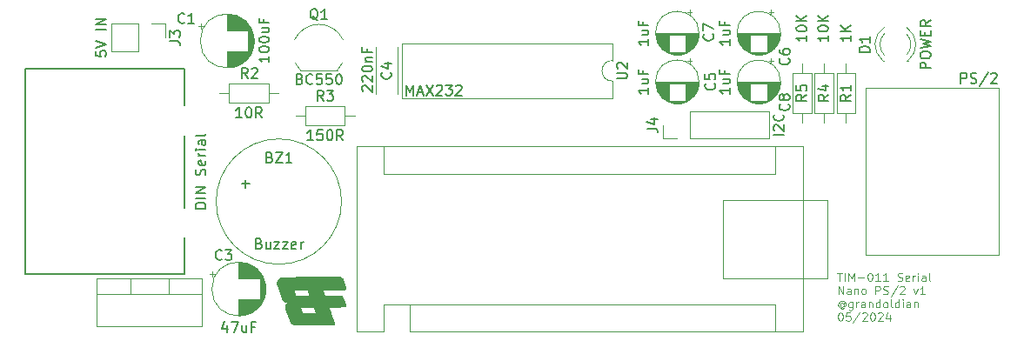
<source format=gbr>
%TF.GenerationSoftware,KiCad,Pcbnew,8.0.1*%
%TF.CreationDate,2024-05-12T20:31:29+01:00*%
%TF.ProjectId,TIMPS2Key,54494d50-5332-44b6-9579-2e6b69636164,rev?*%
%TF.SameCoordinates,Original*%
%TF.FileFunction,Legend,Top*%
%TF.FilePolarity,Positive*%
%FSLAX46Y46*%
G04 Gerber Fmt 4.6, Leading zero omitted, Abs format (unit mm)*
G04 Created by KiCad (PCBNEW 8.0.1) date 2024-05-12 20:31:29*
%MOMM*%
%LPD*%
G01*
G04 APERTURE LIST*
%ADD10C,0.100000*%
%ADD11C,0.150000*%
%ADD12C,0.120000*%
%ADD13C,0.000000*%
%ADD14C,0.127000*%
G04 APERTURE END LIST*
D10*
X159741979Y-72833030D02*
X160199122Y-72833030D01*
X159970550Y-73633030D02*
X159970550Y-72833030D01*
X160465789Y-73633030D02*
X160465789Y-72833030D01*
X160846741Y-73633030D02*
X160846741Y-72833030D01*
X160846741Y-72833030D02*
X161113407Y-73404458D01*
X161113407Y-73404458D02*
X161380074Y-72833030D01*
X161380074Y-72833030D02*
X161380074Y-73633030D01*
X161761027Y-73328268D02*
X162370551Y-73328268D01*
X162903884Y-72833030D02*
X162980074Y-72833030D01*
X162980074Y-72833030D02*
X163056265Y-72871125D01*
X163056265Y-72871125D02*
X163094360Y-72909220D01*
X163094360Y-72909220D02*
X163132455Y-72985411D01*
X163132455Y-72985411D02*
X163170550Y-73137792D01*
X163170550Y-73137792D02*
X163170550Y-73328268D01*
X163170550Y-73328268D02*
X163132455Y-73480649D01*
X163132455Y-73480649D02*
X163094360Y-73556839D01*
X163094360Y-73556839D02*
X163056265Y-73594935D01*
X163056265Y-73594935D02*
X162980074Y-73633030D01*
X162980074Y-73633030D02*
X162903884Y-73633030D01*
X162903884Y-73633030D02*
X162827693Y-73594935D01*
X162827693Y-73594935D02*
X162789598Y-73556839D01*
X162789598Y-73556839D02*
X162751503Y-73480649D01*
X162751503Y-73480649D02*
X162713407Y-73328268D01*
X162713407Y-73328268D02*
X162713407Y-73137792D01*
X162713407Y-73137792D02*
X162751503Y-72985411D01*
X162751503Y-72985411D02*
X162789598Y-72909220D01*
X162789598Y-72909220D02*
X162827693Y-72871125D01*
X162827693Y-72871125D02*
X162903884Y-72833030D01*
X163932455Y-73633030D02*
X163475312Y-73633030D01*
X163703884Y-73633030D02*
X163703884Y-72833030D01*
X163703884Y-72833030D02*
X163627693Y-72947315D01*
X163627693Y-72947315D02*
X163551503Y-73023506D01*
X163551503Y-73023506D02*
X163475312Y-73061601D01*
X164694360Y-73633030D02*
X164237217Y-73633030D01*
X164465789Y-73633030D02*
X164465789Y-72833030D01*
X164465789Y-72833030D02*
X164389598Y-72947315D01*
X164389598Y-72947315D02*
X164313408Y-73023506D01*
X164313408Y-73023506D02*
X164237217Y-73061601D01*
X165608646Y-73594935D02*
X165722932Y-73633030D01*
X165722932Y-73633030D02*
X165913408Y-73633030D01*
X165913408Y-73633030D02*
X165989599Y-73594935D01*
X165989599Y-73594935D02*
X166027694Y-73556839D01*
X166027694Y-73556839D02*
X166065789Y-73480649D01*
X166065789Y-73480649D02*
X166065789Y-73404458D01*
X166065789Y-73404458D02*
X166027694Y-73328268D01*
X166027694Y-73328268D02*
X165989599Y-73290173D01*
X165989599Y-73290173D02*
X165913408Y-73252077D01*
X165913408Y-73252077D02*
X165761027Y-73213982D01*
X165761027Y-73213982D02*
X165684837Y-73175887D01*
X165684837Y-73175887D02*
X165646742Y-73137792D01*
X165646742Y-73137792D02*
X165608646Y-73061601D01*
X165608646Y-73061601D02*
X165608646Y-72985411D01*
X165608646Y-72985411D02*
X165646742Y-72909220D01*
X165646742Y-72909220D02*
X165684837Y-72871125D01*
X165684837Y-72871125D02*
X165761027Y-72833030D01*
X165761027Y-72833030D02*
X165951504Y-72833030D01*
X165951504Y-72833030D02*
X166065789Y-72871125D01*
X166713409Y-73594935D02*
X166637218Y-73633030D01*
X166637218Y-73633030D02*
X166484837Y-73633030D01*
X166484837Y-73633030D02*
X166408647Y-73594935D01*
X166408647Y-73594935D02*
X166370551Y-73518744D01*
X166370551Y-73518744D02*
X166370551Y-73213982D01*
X166370551Y-73213982D02*
X166408647Y-73137792D01*
X166408647Y-73137792D02*
X166484837Y-73099696D01*
X166484837Y-73099696D02*
X166637218Y-73099696D01*
X166637218Y-73099696D02*
X166713409Y-73137792D01*
X166713409Y-73137792D02*
X166751504Y-73213982D01*
X166751504Y-73213982D02*
X166751504Y-73290173D01*
X166751504Y-73290173D02*
X166370551Y-73366363D01*
X167094361Y-73633030D02*
X167094361Y-73099696D01*
X167094361Y-73252077D02*
X167132456Y-73175887D01*
X167132456Y-73175887D02*
X167170551Y-73137792D01*
X167170551Y-73137792D02*
X167246742Y-73099696D01*
X167246742Y-73099696D02*
X167322932Y-73099696D01*
X167589599Y-73633030D02*
X167589599Y-73099696D01*
X167589599Y-72833030D02*
X167551503Y-72871125D01*
X167551503Y-72871125D02*
X167589599Y-72909220D01*
X167589599Y-72909220D02*
X167627694Y-72871125D01*
X167627694Y-72871125D02*
X167589599Y-72833030D01*
X167589599Y-72833030D02*
X167589599Y-72909220D01*
X168313408Y-73633030D02*
X168313408Y-73213982D01*
X168313408Y-73213982D02*
X168275313Y-73137792D01*
X168275313Y-73137792D02*
X168199122Y-73099696D01*
X168199122Y-73099696D02*
X168046741Y-73099696D01*
X168046741Y-73099696D02*
X167970551Y-73137792D01*
X168313408Y-73594935D02*
X168237217Y-73633030D01*
X168237217Y-73633030D02*
X168046741Y-73633030D01*
X168046741Y-73633030D02*
X167970551Y-73594935D01*
X167970551Y-73594935D02*
X167932455Y-73518744D01*
X167932455Y-73518744D02*
X167932455Y-73442554D01*
X167932455Y-73442554D02*
X167970551Y-73366363D01*
X167970551Y-73366363D02*
X168046741Y-73328268D01*
X168046741Y-73328268D02*
X168237217Y-73328268D01*
X168237217Y-73328268D02*
X168313408Y-73290173D01*
X168808646Y-73633030D02*
X168732456Y-73594935D01*
X168732456Y-73594935D02*
X168694361Y-73518744D01*
X168694361Y-73518744D02*
X168694361Y-72833030D01*
X159856265Y-74920985D02*
X159856265Y-74120985D01*
X159856265Y-74120985D02*
X160313408Y-74920985D01*
X160313408Y-74920985D02*
X160313408Y-74120985D01*
X161037217Y-74920985D02*
X161037217Y-74501937D01*
X161037217Y-74501937D02*
X160999122Y-74425747D01*
X160999122Y-74425747D02*
X160922931Y-74387651D01*
X160922931Y-74387651D02*
X160770550Y-74387651D01*
X160770550Y-74387651D02*
X160694360Y-74425747D01*
X161037217Y-74882890D02*
X160961026Y-74920985D01*
X160961026Y-74920985D02*
X160770550Y-74920985D01*
X160770550Y-74920985D02*
X160694360Y-74882890D01*
X160694360Y-74882890D02*
X160656264Y-74806699D01*
X160656264Y-74806699D02*
X160656264Y-74730509D01*
X160656264Y-74730509D02*
X160694360Y-74654318D01*
X160694360Y-74654318D02*
X160770550Y-74616223D01*
X160770550Y-74616223D02*
X160961026Y-74616223D01*
X160961026Y-74616223D02*
X161037217Y-74578128D01*
X161418170Y-74387651D02*
X161418170Y-74920985D01*
X161418170Y-74463842D02*
X161456265Y-74425747D01*
X161456265Y-74425747D02*
X161532455Y-74387651D01*
X161532455Y-74387651D02*
X161646741Y-74387651D01*
X161646741Y-74387651D02*
X161722932Y-74425747D01*
X161722932Y-74425747D02*
X161761027Y-74501937D01*
X161761027Y-74501937D02*
X161761027Y-74920985D01*
X162256265Y-74920985D02*
X162180075Y-74882890D01*
X162180075Y-74882890D02*
X162141980Y-74844794D01*
X162141980Y-74844794D02*
X162103884Y-74768604D01*
X162103884Y-74768604D02*
X162103884Y-74540032D01*
X162103884Y-74540032D02*
X162141980Y-74463842D01*
X162141980Y-74463842D02*
X162180075Y-74425747D01*
X162180075Y-74425747D02*
X162256265Y-74387651D01*
X162256265Y-74387651D02*
X162370551Y-74387651D01*
X162370551Y-74387651D02*
X162446742Y-74425747D01*
X162446742Y-74425747D02*
X162484837Y-74463842D01*
X162484837Y-74463842D02*
X162522932Y-74540032D01*
X162522932Y-74540032D02*
X162522932Y-74768604D01*
X162522932Y-74768604D02*
X162484837Y-74844794D01*
X162484837Y-74844794D02*
X162446742Y-74882890D01*
X162446742Y-74882890D02*
X162370551Y-74920985D01*
X162370551Y-74920985D02*
X162256265Y-74920985D01*
X163475314Y-74920985D02*
X163475314Y-74120985D01*
X163475314Y-74120985D02*
X163780076Y-74120985D01*
X163780076Y-74120985D02*
X163856266Y-74159080D01*
X163856266Y-74159080D02*
X163894361Y-74197175D01*
X163894361Y-74197175D02*
X163932457Y-74273366D01*
X163932457Y-74273366D02*
X163932457Y-74387651D01*
X163932457Y-74387651D02*
X163894361Y-74463842D01*
X163894361Y-74463842D02*
X163856266Y-74501937D01*
X163856266Y-74501937D02*
X163780076Y-74540032D01*
X163780076Y-74540032D02*
X163475314Y-74540032D01*
X164237218Y-74882890D02*
X164351504Y-74920985D01*
X164351504Y-74920985D02*
X164541980Y-74920985D01*
X164541980Y-74920985D02*
X164618171Y-74882890D01*
X164618171Y-74882890D02*
X164656266Y-74844794D01*
X164656266Y-74844794D02*
X164694361Y-74768604D01*
X164694361Y-74768604D02*
X164694361Y-74692413D01*
X164694361Y-74692413D02*
X164656266Y-74616223D01*
X164656266Y-74616223D02*
X164618171Y-74578128D01*
X164618171Y-74578128D02*
X164541980Y-74540032D01*
X164541980Y-74540032D02*
X164389599Y-74501937D01*
X164389599Y-74501937D02*
X164313409Y-74463842D01*
X164313409Y-74463842D02*
X164275314Y-74425747D01*
X164275314Y-74425747D02*
X164237218Y-74349556D01*
X164237218Y-74349556D02*
X164237218Y-74273366D01*
X164237218Y-74273366D02*
X164275314Y-74197175D01*
X164275314Y-74197175D02*
X164313409Y-74159080D01*
X164313409Y-74159080D02*
X164389599Y-74120985D01*
X164389599Y-74120985D02*
X164580076Y-74120985D01*
X164580076Y-74120985D02*
X164694361Y-74159080D01*
X165608647Y-74082890D02*
X164922933Y-75111461D01*
X165837218Y-74197175D02*
X165875314Y-74159080D01*
X165875314Y-74159080D02*
X165951504Y-74120985D01*
X165951504Y-74120985D02*
X166141980Y-74120985D01*
X166141980Y-74120985D02*
X166218171Y-74159080D01*
X166218171Y-74159080D02*
X166256266Y-74197175D01*
X166256266Y-74197175D02*
X166294361Y-74273366D01*
X166294361Y-74273366D02*
X166294361Y-74349556D01*
X166294361Y-74349556D02*
X166256266Y-74463842D01*
X166256266Y-74463842D02*
X165799123Y-74920985D01*
X165799123Y-74920985D02*
X166294361Y-74920985D01*
X167170552Y-74387651D02*
X167361028Y-74920985D01*
X167361028Y-74920985D02*
X167551505Y-74387651D01*
X168275314Y-74920985D02*
X167818171Y-74920985D01*
X168046743Y-74920985D02*
X168046743Y-74120985D01*
X168046743Y-74120985D02*
X167970552Y-74235270D01*
X167970552Y-74235270D02*
X167894362Y-74311461D01*
X167894362Y-74311461D02*
X167818171Y-74349556D01*
X160351503Y-75827987D02*
X160313408Y-75789892D01*
X160313408Y-75789892D02*
X160237217Y-75751797D01*
X160237217Y-75751797D02*
X160161027Y-75751797D01*
X160161027Y-75751797D02*
X160084836Y-75789892D01*
X160084836Y-75789892D02*
X160046741Y-75827987D01*
X160046741Y-75827987D02*
X160008646Y-75904178D01*
X160008646Y-75904178D02*
X160008646Y-75980368D01*
X160008646Y-75980368D02*
X160046741Y-76056559D01*
X160046741Y-76056559D02*
X160084836Y-76094654D01*
X160084836Y-76094654D02*
X160161027Y-76132749D01*
X160161027Y-76132749D02*
X160237217Y-76132749D01*
X160237217Y-76132749D02*
X160313408Y-76094654D01*
X160313408Y-76094654D02*
X160351503Y-76056559D01*
X160351503Y-75751797D02*
X160351503Y-76056559D01*
X160351503Y-76056559D02*
X160389598Y-76094654D01*
X160389598Y-76094654D02*
X160427693Y-76094654D01*
X160427693Y-76094654D02*
X160503884Y-76056559D01*
X160503884Y-76056559D02*
X160541979Y-75980368D01*
X160541979Y-75980368D02*
X160541979Y-75789892D01*
X160541979Y-75789892D02*
X160465789Y-75675606D01*
X160465789Y-75675606D02*
X160351503Y-75599416D01*
X160351503Y-75599416D02*
X160199122Y-75561321D01*
X160199122Y-75561321D02*
X160046741Y-75599416D01*
X160046741Y-75599416D02*
X159932455Y-75675606D01*
X159932455Y-75675606D02*
X159856265Y-75789892D01*
X159856265Y-75789892D02*
X159818169Y-75942273D01*
X159818169Y-75942273D02*
X159856265Y-76094654D01*
X159856265Y-76094654D02*
X159932455Y-76208940D01*
X159932455Y-76208940D02*
X160046741Y-76285130D01*
X160046741Y-76285130D02*
X160199122Y-76323225D01*
X160199122Y-76323225D02*
X160351503Y-76285130D01*
X160351503Y-76285130D02*
X160465789Y-76208940D01*
X161227693Y-75675606D02*
X161227693Y-76323225D01*
X161227693Y-76323225D02*
X161189598Y-76399416D01*
X161189598Y-76399416D02*
X161151502Y-76437511D01*
X161151502Y-76437511D02*
X161075312Y-76475606D01*
X161075312Y-76475606D02*
X160961026Y-76475606D01*
X160961026Y-76475606D02*
X160884836Y-76437511D01*
X161227693Y-76170845D02*
X161151502Y-76208940D01*
X161151502Y-76208940D02*
X160999121Y-76208940D01*
X160999121Y-76208940D02*
X160922931Y-76170845D01*
X160922931Y-76170845D02*
X160884836Y-76132749D01*
X160884836Y-76132749D02*
X160846740Y-76056559D01*
X160846740Y-76056559D02*
X160846740Y-75827987D01*
X160846740Y-75827987D02*
X160884836Y-75751797D01*
X160884836Y-75751797D02*
X160922931Y-75713702D01*
X160922931Y-75713702D02*
X160999121Y-75675606D01*
X160999121Y-75675606D02*
X161151502Y-75675606D01*
X161151502Y-75675606D02*
X161227693Y-75713702D01*
X161608646Y-76208940D02*
X161608646Y-75675606D01*
X161608646Y-75827987D02*
X161646741Y-75751797D01*
X161646741Y-75751797D02*
X161684836Y-75713702D01*
X161684836Y-75713702D02*
X161761027Y-75675606D01*
X161761027Y-75675606D02*
X161837217Y-75675606D01*
X162446741Y-76208940D02*
X162446741Y-75789892D01*
X162446741Y-75789892D02*
X162408646Y-75713702D01*
X162408646Y-75713702D02*
X162332455Y-75675606D01*
X162332455Y-75675606D02*
X162180074Y-75675606D01*
X162180074Y-75675606D02*
X162103884Y-75713702D01*
X162446741Y-76170845D02*
X162370550Y-76208940D01*
X162370550Y-76208940D02*
X162180074Y-76208940D01*
X162180074Y-76208940D02*
X162103884Y-76170845D01*
X162103884Y-76170845D02*
X162065788Y-76094654D01*
X162065788Y-76094654D02*
X162065788Y-76018464D01*
X162065788Y-76018464D02*
X162103884Y-75942273D01*
X162103884Y-75942273D02*
X162180074Y-75904178D01*
X162180074Y-75904178D02*
X162370550Y-75904178D01*
X162370550Y-75904178D02*
X162446741Y-75866083D01*
X162827694Y-75675606D02*
X162827694Y-76208940D01*
X162827694Y-75751797D02*
X162865789Y-75713702D01*
X162865789Y-75713702D02*
X162941979Y-75675606D01*
X162941979Y-75675606D02*
X163056265Y-75675606D01*
X163056265Y-75675606D02*
X163132456Y-75713702D01*
X163132456Y-75713702D02*
X163170551Y-75789892D01*
X163170551Y-75789892D02*
X163170551Y-76208940D01*
X163894361Y-76208940D02*
X163894361Y-75408940D01*
X163894361Y-76170845D02*
X163818170Y-76208940D01*
X163818170Y-76208940D02*
X163665789Y-76208940D01*
X163665789Y-76208940D02*
X163589599Y-76170845D01*
X163589599Y-76170845D02*
X163551504Y-76132749D01*
X163551504Y-76132749D02*
X163513408Y-76056559D01*
X163513408Y-76056559D02*
X163513408Y-75827987D01*
X163513408Y-75827987D02*
X163551504Y-75751797D01*
X163551504Y-75751797D02*
X163589599Y-75713702D01*
X163589599Y-75713702D02*
X163665789Y-75675606D01*
X163665789Y-75675606D02*
X163818170Y-75675606D01*
X163818170Y-75675606D02*
X163894361Y-75713702D01*
X164389599Y-76208940D02*
X164313409Y-76170845D01*
X164313409Y-76170845D02*
X164275314Y-76132749D01*
X164275314Y-76132749D02*
X164237218Y-76056559D01*
X164237218Y-76056559D02*
X164237218Y-75827987D01*
X164237218Y-75827987D02*
X164275314Y-75751797D01*
X164275314Y-75751797D02*
X164313409Y-75713702D01*
X164313409Y-75713702D02*
X164389599Y-75675606D01*
X164389599Y-75675606D02*
X164503885Y-75675606D01*
X164503885Y-75675606D02*
X164580076Y-75713702D01*
X164580076Y-75713702D02*
X164618171Y-75751797D01*
X164618171Y-75751797D02*
X164656266Y-75827987D01*
X164656266Y-75827987D02*
X164656266Y-76056559D01*
X164656266Y-76056559D02*
X164618171Y-76132749D01*
X164618171Y-76132749D02*
X164580076Y-76170845D01*
X164580076Y-76170845D02*
X164503885Y-76208940D01*
X164503885Y-76208940D02*
X164389599Y-76208940D01*
X165113409Y-76208940D02*
X165037219Y-76170845D01*
X165037219Y-76170845D02*
X164999124Y-76094654D01*
X164999124Y-76094654D02*
X164999124Y-75408940D01*
X165761029Y-76208940D02*
X165761029Y-75408940D01*
X165761029Y-76170845D02*
X165684838Y-76208940D01*
X165684838Y-76208940D02*
X165532457Y-76208940D01*
X165532457Y-76208940D02*
X165456267Y-76170845D01*
X165456267Y-76170845D02*
X165418172Y-76132749D01*
X165418172Y-76132749D02*
X165380076Y-76056559D01*
X165380076Y-76056559D02*
X165380076Y-75827987D01*
X165380076Y-75827987D02*
X165418172Y-75751797D01*
X165418172Y-75751797D02*
X165456267Y-75713702D01*
X165456267Y-75713702D02*
X165532457Y-75675606D01*
X165532457Y-75675606D02*
X165684838Y-75675606D01*
X165684838Y-75675606D02*
X165761029Y-75713702D01*
X166141982Y-76208940D02*
X166141982Y-75675606D01*
X166141982Y-75408940D02*
X166103886Y-75447035D01*
X166103886Y-75447035D02*
X166141982Y-75485130D01*
X166141982Y-75485130D02*
X166180077Y-75447035D01*
X166180077Y-75447035D02*
X166141982Y-75408940D01*
X166141982Y-75408940D02*
X166141982Y-75485130D01*
X166865791Y-76208940D02*
X166865791Y-75789892D01*
X166865791Y-75789892D02*
X166827696Y-75713702D01*
X166827696Y-75713702D02*
X166751505Y-75675606D01*
X166751505Y-75675606D02*
X166599124Y-75675606D01*
X166599124Y-75675606D02*
X166522934Y-75713702D01*
X166865791Y-76170845D02*
X166789600Y-76208940D01*
X166789600Y-76208940D02*
X166599124Y-76208940D01*
X166599124Y-76208940D02*
X166522934Y-76170845D01*
X166522934Y-76170845D02*
X166484838Y-76094654D01*
X166484838Y-76094654D02*
X166484838Y-76018464D01*
X166484838Y-76018464D02*
X166522934Y-75942273D01*
X166522934Y-75942273D02*
X166599124Y-75904178D01*
X166599124Y-75904178D02*
X166789600Y-75904178D01*
X166789600Y-75904178D02*
X166865791Y-75866083D01*
X167246744Y-75675606D02*
X167246744Y-76208940D01*
X167246744Y-75751797D02*
X167284839Y-75713702D01*
X167284839Y-75713702D02*
X167361029Y-75675606D01*
X167361029Y-75675606D02*
X167475315Y-75675606D01*
X167475315Y-75675606D02*
X167551506Y-75713702D01*
X167551506Y-75713702D02*
X167589601Y-75789892D01*
X167589601Y-75789892D02*
X167589601Y-76208940D01*
X160008646Y-76696895D02*
X160084836Y-76696895D01*
X160084836Y-76696895D02*
X160161027Y-76734990D01*
X160161027Y-76734990D02*
X160199122Y-76773085D01*
X160199122Y-76773085D02*
X160237217Y-76849276D01*
X160237217Y-76849276D02*
X160275312Y-77001657D01*
X160275312Y-77001657D02*
X160275312Y-77192133D01*
X160275312Y-77192133D02*
X160237217Y-77344514D01*
X160237217Y-77344514D02*
X160199122Y-77420704D01*
X160199122Y-77420704D02*
X160161027Y-77458800D01*
X160161027Y-77458800D02*
X160084836Y-77496895D01*
X160084836Y-77496895D02*
X160008646Y-77496895D01*
X160008646Y-77496895D02*
X159932455Y-77458800D01*
X159932455Y-77458800D02*
X159894360Y-77420704D01*
X159894360Y-77420704D02*
X159856265Y-77344514D01*
X159856265Y-77344514D02*
X159818169Y-77192133D01*
X159818169Y-77192133D02*
X159818169Y-77001657D01*
X159818169Y-77001657D02*
X159856265Y-76849276D01*
X159856265Y-76849276D02*
X159894360Y-76773085D01*
X159894360Y-76773085D02*
X159932455Y-76734990D01*
X159932455Y-76734990D02*
X160008646Y-76696895D01*
X160999122Y-76696895D02*
X160618170Y-76696895D01*
X160618170Y-76696895D02*
X160580074Y-77077847D01*
X160580074Y-77077847D02*
X160618170Y-77039752D01*
X160618170Y-77039752D02*
X160694360Y-77001657D01*
X160694360Y-77001657D02*
X160884836Y-77001657D01*
X160884836Y-77001657D02*
X160961027Y-77039752D01*
X160961027Y-77039752D02*
X160999122Y-77077847D01*
X160999122Y-77077847D02*
X161037217Y-77154038D01*
X161037217Y-77154038D02*
X161037217Y-77344514D01*
X161037217Y-77344514D02*
X160999122Y-77420704D01*
X160999122Y-77420704D02*
X160961027Y-77458800D01*
X160961027Y-77458800D02*
X160884836Y-77496895D01*
X160884836Y-77496895D02*
X160694360Y-77496895D01*
X160694360Y-77496895D02*
X160618170Y-77458800D01*
X160618170Y-77458800D02*
X160580074Y-77420704D01*
X161951503Y-76658800D02*
X161265789Y-77687371D01*
X162180074Y-76773085D02*
X162218170Y-76734990D01*
X162218170Y-76734990D02*
X162294360Y-76696895D01*
X162294360Y-76696895D02*
X162484836Y-76696895D01*
X162484836Y-76696895D02*
X162561027Y-76734990D01*
X162561027Y-76734990D02*
X162599122Y-76773085D01*
X162599122Y-76773085D02*
X162637217Y-76849276D01*
X162637217Y-76849276D02*
X162637217Y-76925466D01*
X162637217Y-76925466D02*
X162599122Y-77039752D01*
X162599122Y-77039752D02*
X162141979Y-77496895D01*
X162141979Y-77496895D02*
X162637217Y-77496895D01*
X163132456Y-76696895D02*
X163208646Y-76696895D01*
X163208646Y-76696895D02*
X163284837Y-76734990D01*
X163284837Y-76734990D02*
X163322932Y-76773085D01*
X163322932Y-76773085D02*
X163361027Y-76849276D01*
X163361027Y-76849276D02*
X163399122Y-77001657D01*
X163399122Y-77001657D02*
X163399122Y-77192133D01*
X163399122Y-77192133D02*
X163361027Y-77344514D01*
X163361027Y-77344514D02*
X163322932Y-77420704D01*
X163322932Y-77420704D02*
X163284837Y-77458800D01*
X163284837Y-77458800D02*
X163208646Y-77496895D01*
X163208646Y-77496895D02*
X163132456Y-77496895D01*
X163132456Y-77496895D02*
X163056265Y-77458800D01*
X163056265Y-77458800D02*
X163018170Y-77420704D01*
X163018170Y-77420704D02*
X162980075Y-77344514D01*
X162980075Y-77344514D02*
X162941979Y-77192133D01*
X162941979Y-77192133D02*
X162941979Y-77001657D01*
X162941979Y-77001657D02*
X162980075Y-76849276D01*
X162980075Y-76849276D02*
X163018170Y-76773085D01*
X163018170Y-76773085D02*
X163056265Y-76734990D01*
X163056265Y-76734990D02*
X163132456Y-76696895D01*
X163703884Y-76773085D02*
X163741980Y-76734990D01*
X163741980Y-76734990D02*
X163818170Y-76696895D01*
X163818170Y-76696895D02*
X164008646Y-76696895D01*
X164008646Y-76696895D02*
X164084837Y-76734990D01*
X164084837Y-76734990D02*
X164122932Y-76773085D01*
X164122932Y-76773085D02*
X164161027Y-76849276D01*
X164161027Y-76849276D02*
X164161027Y-76925466D01*
X164161027Y-76925466D02*
X164122932Y-77039752D01*
X164122932Y-77039752D02*
X163665789Y-77496895D01*
X163665789Y-77496895D02*
X164161027Y-77496895D01*
X164846742Y-76963561D02*
X164846742Y-77496895D01*
X164656266Y-76658800D02*
X164465789Y-77230228D01*
X164465789Y-77230228D02*
X164961028Y-77230228D01*
D11*
X155009580Y-56416666D02*
X155057200Y-56464285D01*
X155057200Y-56464285D02*
X155104819Y-56607142D01*
X155104819Y-56607142D02*
X155104819Y-56702380D01*
X155104819Y-56702380D02*
X155057200Y-56845237D01*
X155057200Y-56845237D02*
X154961961Y-56940475D01*
X154961961Y-56940475D02*
X154866723Y-56988094D01*
X154866723Y-56988094D02*
X154676247Y-57035713D01*
X154676247Y-57035713D02*
X154533390Y-57035713D01*
X154533390Y-57035713D02*
X154342914Y-56988094D01*
X154342914Y-56988094D02*
X154247676Y-56940475D01*
X154247676Y-56940475D02*
X154152438Y-56845237D01*
X154152438Y-56845237D02*
X154104819Y-56702380D01*
X154104819Y-56702380D02*
X154104819Y-56607142D01*
X154104819Y-56607142D02*
X154152438Y-56464285D01*
X154152438Y-56464285D02*
X154200057Y-56416666D01*
X154533390Y-55845237D02*
X154485771Y-55940475D01*
X154485771Y-55940475D02*
X154438152Y-55988094D01*
X154438152Y-55988094D02*
X154342914Y-56035713D01*
X154342914Y-56035713D02*
X154295295Y-56035713D01*
X154295295Y-56035713D02*
X154200057Y-55988094D01*
X154200057Y-55988094D02*
X154152438Y-55940475D01*
X154152438Y-55940475D02*
X154104819Y-55845237D01*
X154104819Y-55845237D02*
X154104819Y-55654761D01*
X154104819Y-55654761D02*
X154152438Y-55559523D01*
X154152438Y-55559523D02*
X154200057Y-55511904D01*
X154200057Y-55511904D02*
X154295295Y-55464285D01*
X154295295Y-55464285D02*
X154342914Y-55464285D01*
X154342914Y-55464285D02*
X154438152Y-55511904D01*
X154438152Y-55511904D02*
X154485771Y-55559523D01*
X154485771Y-55559523D02*
X154533390Y-55654761D01*
X154533390Y-55654761D02*
X154533390Y-55845237D01*
X154533390Y-55845237D02*
X154581009Y-55940475D01*
X154581009Y-55940475D02*
X154628628Y-55988094D01*
X154628628Y-55988094D02*
X154723866Y-56035713D01*
X154723866Y-56035713D02*
X154914342Y-56035713D01*
X154914342Y-56035713D02*
X155009580Y-55988094D01*
X155009580Y-55988094D02*
X155057200Y-55940475D01*
X155057200Y-55940475D02*
X155104819Y-55845237D01*
X155104819Y-55845237D02*
X155104819Y-55654761D01*
X155104819Y-55654761D02*
X155057200Y-55559523D01*
X155057200Y-55559523D02*
X155009580Y-55511904D01*
X155009580Y-55511904D02*
X154914342Y-55464285D01*
X154914342Y-55464285D02*
X154723866Y-55464285D01*
X154723866Y-55464285D02*
X154628628Y-55511904D01*
X154628628Y-55511904D02*
X154581009Y-55559523D01*
X154581009Y-55559523D02*
X154533390Y-55654761D01*
X149304819Y-54835238D02*
X149304819Y-55406666D01*
X149304819Y-55120952D02*
X148304819Y-55120952D01*
X148304819Y-55120952D02*
X148447676Y-55216190D01*
X148447676Y-55216190D02*
X148542914Y-55311428D01*
X148542914Y-55311428D02*
X148590533Y-55406666D01*
X148638152Y-53978095D02*
X149304819Y-53978095D01*
X148638152Y-54406666D02*
X149161961Y-54406666D01*
X149161961Y-54406666D02*
X149257200Y-54359047D01*
X149257200Y-54359047D02*
X149304819Y-54263809D01*
X149304819Y-54263809D02*
X149304819Y-54120952D01*
X149304819Y-54120952D02*
X149257200Y-54025714D01*
X149257200Y-54025714D02*
X149209580Y-53978095D01*
X148781009Y-53168571D02*
X148781009Y-53501904D01*
X149304819Y-53501904D02*
X148304819Y-53501904D01*
X148304819Y-53501904D02*
X148304819Y-53025714D01*
X98274819Y-66561428D02*
X97274819Y-66561428D01*
X97274819Y-66561428D02*
X97274819Y-66323333D01*
X97274819Y-66323333D02*
X97322438Y-66180476D01*
X97322438Y-66180476D02*
X97417676Y-66085238D01*
X97417676Y-66085238D02*
X97512914Y-66037619D01*
X97512914Y-66037619D02*
X97703390Y-65990000D01*
X97703390Y-65990000D02*
X97846247Y-65990000D01*
X97846247Y-65990000D02*
X98036723Y-66037619D01*
X98036723Y-66037619D02*
X98131961Y-66085238D01*
X98131961Y-66085238D02*
X98227200Y-66180476D01*
X98227200Y-66180476D02*
X98274819Y-66323333D01*
X98274819Y-66323333D02*
X98274819Y-66561428D01*
X98274819Y-65561428D02*
X97274819Y-65561428D01*
X98274819Y-65085238D02*
X97274819Y-65085238D01*
X97274819Y-65085238D02*
X98274819Y-64513810D01*
X98274819Y-64513810D02*
X97274819Y-64513810D01*
X98227200Y-63323333D02*
X98274819Y-63180476D01*
X98274819Y-63180476D02*
X98274819Y-62942381D01*
X98274819Y-62942381D02*
X98227200Y-62847143D01*
X98227200Y-62847143D02*
X98179580Y-62799524D01*
X98179580Y-62799524D02*
X98084342Y-62751905D01*
X98084342Y-62751905D02*
X97989104Y-62751905D01*
X97989104Y-62751905D02*
X97893866Y-62799524D01*
X97893866Y-62799524D02*
X97846247Y-62847143D01*
X97846247Y-62847143D02*
X97798628Y-62942381D01*
X97798628Y-62942381D02*
X97751009Y-63132857D01*
X97751009Y-63132857D02*
X97703390Y-63228095D01*
X97703390Y-63228095D02*
X97655771Y-63275714D01*
X97655771Y-63275714D02*
X97560533Y-63323333D01*
X97560533Y-63323333D02*
X97465295Y-63323333D01*
X97465295Y-63323333D02*
X97370057Y-63275714D01*
X97370057Y-63275714D02*
X97322438Y-63228095D01*
X97322438Y-63228095D02*
X97274819Y-63132857D01*
X97274819Y-63132857D02*
X97274819Y-62894762D01*
X97274819Y-62894762D02*
X97322438Y-62751905D01*
X98227200Y-61942381D02*
X98274819Y-62037619D01*
X98274819Y-62037619D02*
X98274819Y-62228095D01*
X98274819Y-62228095D02*
X98227200Y-62323333D01*
X98227200Y-62323333D02*
X98131961Y-62370952D01*
X98131961Y-62370952D02*
X97751009Y-62370952D01*
X97751009Y-62370952D02*
X97655771Y-62323333D01*
X97655771Y-62323333D02*
X97608152Y-62228095D01*
X97608152Y-62228095D02*
X97608152Y-62037619D01*
X97608152Y-62037619D02*
X97655771Y-61942381D01*
X97655771Y-61942381D02*
X97751009Y-61894762D01*
X97751009Y-61894762D02*
X97846247Y-61894762D01*
X97846247Y-61894762D02*
X97941485Y-62370952D01*
X98274819Y-61466190D02*
X97608152Y-61466190D01*
X97798628Y-61466190D02*
X97703390Y-61418571D01*
X97703390Y-61418571D02*
X97655771Y-61370952D01*
X97655771Y-61370952D02*
X97608152Y-61275714D01*
X97608152Y-61275714D02*
X97608152Y-61180476D01*
X98274819Y-60847142D02*
X97608152Y-60847142D01*
X97274819Y-60847142D02*
X97322438Y-60894761D01*
X97322438Y-60894761D02*
X97370057Y-60847142D01*
X97370057Y-60847142D02*
X97322438Y-60799523D01*
X97322438Y-60799523D02*
X97274819Y-60847142D01*
X97274819Y-60847142D02*
X97370057Y-60847142D01*
X98274819Y-59942381D02*
X97751009Y-59942381D01*
X97751009Y-59942381D02*
X97655771Y-59990000D01*
X97655771Y-59990000D02*
X97608152Y-60085238D01*
X97608152Y-60085238D02*
X97608152Y-60275714D01*
X97608152Y-60275714D02*
X97655771Y-60370952D01*
X98227200Y-59942381D02*
X98274819Y-60037619D01*
X98274819Y-60037619D02*
X98274819Y-60275714D01*
X98274819Y-60275714D02*
X98227200Y-60370952D01*
X98227200Y-60370952D02*
X98131961Y-60418571D01*
X98131961Y-60418571D02*
X98036723Y-60418571D01*
X98036723Y-60418571D02*
X97941485Y-60370952D01*
X97941485Y-60370952D02*
X97893866Y-60275714D01*
X97893866Y-60275714D02*
X97893866Y-60037619D01*
X97893866Y-60037619D02*
X97846247Y-59942381D01*
X98274819Y-59323333D02*
X98227200Y-59418571D01*
X98227200Y-59418571D02*
X98131961Y-59466190D01*
X98131961Y-59466190D02*
X97274819Y-59466190D01*
X171761905Y-54384819D02*
X171761905Y-53384819D01*
X171761905Y-53384819D02*
X172142857Y-53384819D01*
X172142857Y-53384819D02*
X172238095Y-53432438D01*
X172238095Y-53432438D02*
X172285714Y-53480057D01*
X172285714Y-53480057D02*
X172333333Y-53575295D01*
X172333333Y-53575295D02*
X172333333Y-53718152D01*
X172333333Y-53718152D02*
X172285714Y-53813390D01*
X172285714Y-53813390D02*
X172238095Y-53861009D01*
X172238095Y-53861009D02*
X172142857Y-53908628D01*
X172142857Y-53908628D02*
X171761905Y-53908628D01*
X172714286Y-54337200D02*
X172857143Y-54384819D01*
X172857143Y-54384819D02*
X173095238Y-54384819D01*
X173095238Y-54384819D02*
X173190476Y-54337200D01*
X173190476Y-54337200D02*
X173238095Y-54289580D01*
X173238095Y-54289580D02*
X173285714Y-54194342D01*
X173285714Y-54194342D02*
X173285714Y-54099104D01*
X173285714Y-54099104D02*
X173238095Y-54003866D01*
X173238095Y-54003866D02*
X173190476Y-53956247D01*
X173190476Y-53956247D02*
X173095238Y-53908628D01*
X173095238Y-53908628D02*
X172904762Y-53861009D01*
X172904762Y-53861009D02*
X172809524Y-53813390D01*
X172809524Y-53813390D02*
X172761905Y-53765771D01*
X172761905Y-53765771D02*
X172714286Y-53670533D01*
X172714286Y-53670533D02*
X172714286Y-53575295D01*
X172714286Y-53575295D02*
X172761905Y-53480057D01*
X172761905Y-53480057D02*
X172809524Y-53432438D01*
X172809524Y-53432438D02*
X172904762Y-53384819D01*
X172904762Y-53384819D02*
X173142857Y-53384819D01*
X173142857Y-53384819D02*
X173285714Y-53432438D01*
X174428571Y-53337200D02*
X173571429Y-54622914D01*
X174714286Y-53480057D02*
X174761905Y-53432438D01*
X174761905Y-53432438D02*
X174857143Y-53384819D01*
X174857143Y-53384819D02*
X175095238Y-53384819D01*
X175095238Y-53384819D02*
X175190476Y-53432438D01*
X175190476Y-53432438D02*
X175238095Y-53480057D01*
X175238095Y-53480057D02*
X175285714Y-53575295D01*
X175285714Y-53575295D02*
X175285714Y-53670533D01*
X175285714Y-53670533D02*
X175238095Y-53813390D01*
X175238095Y-53813390D02*
X174666667Y-54384819D01*
X174666667Y-54384819D02*
X175285714Y-54384819D01*
X102363333Y-53904819D02*
X102030000Y-53428628D01*
X101791905Y-53904819D02*
X101791905Y-52904819D01*
X101791905Y-52904819D02*
X102172857Y-52904819D01*
X102172857Y-52904819D02*
X102268095Y-52952438D01*
X102268095Y-52952438D02*
X102315714Y-53000057D01*
X102315714Y-53000057D02*
X102363333Y-53095295D01*
X102363333Y-53095295D02*
X102363333Y-53238152D01*
X102363333Y-53238152D02*
X102315714Y-53333390D01*
X102315714Y-53333390D02*
X102268095Y-53381009D01*
X102268095Y-53381009D02*
X102172857Y-53428628D01*
X102172857Y-53428628D02*
X101791905Y-53428628D01*
X102744286Y-53000057D02*
X102791905Y-52952438D01*
X102791905Y-52952438D02*
X102887143Y-52904819D01*
X102887143Y-52904819D02*
X103125238Y-52904819D01*
X103125238Y-52904819D02*
X103220476Y-52952438D01*
X103220476Y-52952438D02*
X103268095Y-53000057D01*
X103268095Y-53000057D02*
X103315714Y-53095295D01*
X103315714Y-53095295D02*
X103315714Y-53190533D01*
X103315714Y-53190533D02*
X103268095Y-53333390D01*
X103268095Y-53333390D02*
X102696667Y-53904819D01*
X102696667Y-53904819D02*
X103315714Y-53904819D01*
X101799523Y-57724819D02*
X101228095Y-57724819D01*
X101513809Y-57724819D02*
X101513809Y-56724819D01*
X101513809Y-56724819D02*
X101418571Y-56867676D01*
X101418571Y-56867676D02*
X101323333Y-56962914D01*
X101323333Y-56962914D02*
X101228095Y-57010533D01*
X102418571Y-56724819D02*
X102513809Y-56724819D01*
X102513809Y-56724819D02*
X102609047Y-56772438D01*
X102609047Y-56772438D02*
X102656666Y-56820057D01*
X102656666Y-56820057D02*
X102704285Y-56915295D01*
X102704285Y-56915295D02*
X102751904Y-57105771D01*
X102751904Y-57105771D02*
X102751904Y-57343866D01*
X102751904Y-57343866D02*
X102704285Y-57534342D01*
X102704285Y-57534342D02*
X102656666Y-57629580D01*
X102656666Y-57629580D02*
X102609047Y-57677200D01*
X102609047Y-57677200D02*
X102513809Y-57724819D01*
X102513809Y-57724819D02*
X102418571Y-57724819D01*
X102418571Y-57724819D02*
X102323333Y-57677200D01*
X102323333Y-57677200D02*
X102275714Y-57629580D01*
X102275714Y-57629580D02*
X102228095Y-57534342D01*
X102228095Y-57534342D02*
X102180476Y-57343866D01*
X102180476Y-57343866D02*
X102180476Y-57105771D01*
X102180476Y-57105771D02*
X102228095Y-56915295D01*
X102228095Y-56915295D02*
X102275714Y-56820057D01*
X102275714Y-56820057D02*
X102323333Y-56772438D01*
X102323333Y-56772438D02*
X102418571Y-56724819D01*
X103751904Y-57724819D02*
X103418571Y-57248628D01*
X103180476Y-57724819D02*
X103180476Y-56724819D01*
X103180476Y-56724819D02*
X103561428Y-56724819D01*
X103561428Y-56724819D02*
X103656666Y-56772438D01*
X103656666Y-56772438D02*
X103704285Y-56820057D01*
X103704285Y-56820057D02*
X103751904Y-56915295D01*
X103751904Y-56915295D02*
X103751904Y-57058152D01*
X103751904Y-57058152D02*
X103704285Y-57153390D01*
X103704285Y-57153390D02*
X103656666Y-57201009D01*
X103656666Y-57201009D02*
X103561428Y-57248628D01*
X103561428Y-57248628D02*
X103180476Y-57248628D01*
X158904819Y-55496666D02*
X158428628Y-55829999D01*
X158904819Y-56068094D02*
X157904819Y-56068094D01*
X157904819Y-56068094D02*
X157904819Y-55687142D01*
X157904819Y-55687142D02*
X157952438Y-55591904D01*
X157952438Y-55591904D02*
X158000057Y-55544285D01*
X158000057Y-55544285D02*
X158095295Y-55496666D01*
X158095295Y-55496666D02*
X158238152Y-55496666D01*
X158238152Y-55496666D02*
X158333390Y-55544285D01*
X158333390Y-55544285D02*
X158381009Y-55591904D01*
X158381009Y-55591904D02*
X158428628Y-55687142D01*
X158428628Y-55687142D02*
X158428628Y-56068094D01*
X158238152Y-54639523D02*
X158904819Y-54639523D01*
X157857200Y-54877618D02*
X158571485Y-55115713D01*
X158571485Y-55115713D02*
X158571485Y-54496666D01*
X158854819Y-49730476D02*
X158854819Y-50301904D01*
X158854819Y-50016190D02*
X157854819Y-50016190D01*
X157854819Y-50016190D02*
X157997676Y-50111428D01*
X157997676Y-50111428D02*
X158092914Y-50206666D01*
X158092914Y-50206666D02*
X158140533Y-50301904D01*
X157854819Y-49111428D02*
X157854819Y-49016190D01*
X157854819Y-49016190D02*
X157902438Y-48920952D01*
X157902438Y-48920952D02*
X157950057Y-48873333D01*
X157950057Y-48873333D02*
X158045295Y-48825714D01*
X158045295Y-48825714D02*
X158235771Y-48778095D01*
X158235771Y-48778095D02*
X158473866Y-48778095D01*
X158473866Y-48778095D02*
X158664342Y-48825714D01*
X158664342Y-48825714D02*
X158759580Y-48873333D01*
X158759580Y-48873333D02*
X158807200Y-48920952D01*
X158807200Y-48920952D02*
X158854819Y-49016190D01*
X158854819Y-49016190D02*
X158854819Y-49111428D01*
X158854819Y-49111428D02*
X158807200Y-49206666D01*
X158807200Y-49206666D02*
X158759580Y-49254285D01*
X158759580Y-49254285D02*
X158664342Y-49301904D01*
X158664342Y-49301904D02*
X158473866Y-49349523D01*
X158473866Y-49349523D02*
X158235771Y-49349523D01*
X158235771Y-49349523D02*
X158045295Y-49301904D01*
X158045295Y-49301904D02*
X157950057Y-49254285D01*
X157950057Y-49254285D02*
X157902438Y-49206666D01*
X157902438Y-49206666D02*
X157854819Y-49111428D01*
X158854819Y-48349523D02*
X157854819Y-48349523D01*
X158854819Y-47778095D02*
X158283390Y-48206666D01*
X157854819Y-47778095D02*
X158426247Y-48349523D01*
X147619580Y-49606666D02*
X147667200Y-49654285D01*
X147667200Y-49654285D02*
X147714819Y-49797142D01*
X147714819Y-49797142D02*
X147714819Y-49892380D01*
X147714819Y-49892380D02*
X147667200Y-50035237D01*
X147667200Y-50035237D02*
X147571961Y-50130475D01*
X147571961Y-50130475D02*
X147476723Y-50178094D01*
X147476723Y-50178094D02*
X147286247Y-50225713D01*
X147286247Y-50225713D02*
X147143390Y-50225713D01*
X147143390Y-50225713D02*
X146952914Y-50178094D01*
X146952914Y-50178094D02*
X146857676Y-50130475D01*
X146857676Y-50130475D02*
X146762438Y-50035237D01*
X146762438Y-50035237D02*
X146714819Y-49892380D01*
X146714819Y-49892380D02*
X146714819Y-49797142D01*
X146714819Y-49797142D02*
X146762438Y-49654285D01*
X146762438Y-49654285D02*
X146810057Y-49606666D01*
X146714819Y-49273332D02*
X146714819Y-48606666D01*
X146714819Y-48606666D02*
X147714819Y-49035237D01*
X141374819Y-50095238D02*
X141374819Y-50666666D01*
X141374819Y-50380952D02*
X140374819Y-50380952D01*
X140374819Y-50380952D02*
X140517676Y-50476190D01*
X140517676Y-50476190D02*
X140612914Y-50571428D01*
X140612914Y-50571428D02*
X140660533Y-50666666D01*
X140708152Y-49238095D02*
X141374819Y-49238095D01*
X140708152Y-49666666D02*
X141231961Y-49666666D01*
X141231961Y-49666666D02*
X141327200Y-49619047D01*
X141327200Y-49619047D02*
X141374819Y-49523809D01*
X141374819Y-49523809D02*
X141374819Y-49380952D01*
X141374819Y-49380952D02*
X141327200Y-49285714D01*
X141327200Y-49285714D02*
X141279580Y-49238095D01*
X140851009Y-48428571D02*
X140851009Y-48761904D01*
X141374819Y-48761904D02*
X140374819Y-48761904D01*
X140374819Y-48761904D02*
X140374819Y-48285714D01*
X156754819Y-55496666D02*
X156278628Y-55829999D01*
X156754819Y-56068094D02*
X155754819Y-56068094D01*
X155754819Y-56068094D02*
X155754819Y-55687142D01*
X155754819Y-55687142D02*
X155802438Y-55591904D01*
X155802438Y-55591904D02*
X155850057Y-55544285D01*
X155850057Y-55544285D02*
X155945295Y-55496666D01*
X155945295Y-55496666D02*
X156088152Y-55496666D01*
X156088152Y-55496666D02*
X156183390Y-55544285D01*
X156183390Y-55544285D02*
X156231009Y-55591904D01*
X156231009Y-55591904D02*
X156278628Y-55687142D01*
X156278628Y-55687142D02*
X156278628Y-56068094D01*
X155754819Y-54591904D02*
X155754819Y-55068094D01*
X155754819Y-55068094D02*
X156231009Y-55115713D01*
X156231009Y-55115713D02*
X156183390Y-55068094D01*
X156183390Y-55068094D02*
X156135771Y-54972856D01*
X156135771Y-54972856D02*
X156135771Y-54734761D01*
X156135771Y-54734761D02*
X156183390Y-54639523D01*
X156183390Y-54639523D02*
X156231009Y-54591904D01*
X156231009Y-54591904D02*
X156326247Y-54544285D01*
X156326247Y-54544285D02*
X156564342Y-54544285D01*
X156564342Y-54544285D02*
X156659580Y-54591904D01*
X156659580Y-54591904D02*
X156707200Y-54639523D01*
X156707200Y-54639523D02*
X156754819Y-54734761D01*
X156754819Y-54734761D02*
X156754819Y-54972856D01*
X156754819Y-54972856D02*
X156707200Y-55068094D01*
X156707200Y-55068094D02*
X156659580Y-55115713D01*
X156754819Y-49730476D02*
X156754819Y-50301904D01*
X156754819Y-50016190D02*
X155754819Y-50016190D01*
X155754819Y-50016190D02*
X155897676Y-50111428D01*
X155897676Y-50111428D02*
X155992914Y-50206666D01*
X155992914Y-50206666D02*
X156040533Y-50301904D01*
X155754819Y-49111428D02*
X155754819Y-49016190D01*
X155754819Y-49016190D02*
X155802438Y-48920952D01*
X155802438Y-48920952D02*
X155850057Y-48873333D01*
X155850057Y-48873333D02*
X155945295Y-48825714D01*
X155945295Y-48825714D02*
X156135771Y-48778095D01*
X156135771Y-48778095D02*
X156373866Y-48778095D01*
X156373866Y-48778095D02*
X156564342Y-48825714D01*
X156564342Y-48825714D02*
X156659580Y-48873333D01*
X156659580Y-48873333D02*
X156707200Y-48920952D01*
X156707200Y-48920952D02*
X156754819Y-49016190D01*
X156754819Y-49016190D02*
X156754819Y-49111428D01*
X156754819Y-49111428D02*
X156707200Y-49206666D01*
X156707200Y-49206666D02*
X156659580Y-49254285D01*
X156659580Y-49254285D02*
X156564342Y-49301904D01*
X156564342Y-49301904D02*
X156373866Y-49349523D01*
X156373866Y-49349523D02*
X156135771Y-49349523D01*
X156135771Y-49349523D02*
X155945295Y-49301904D01*
X155945295Y-49301904D02*
X155850057Y-49254285D01*
X155850057Y-49254285D02*
X155802438Y-49206666D01*
X155802438Y-49206666D02*
X155754819Y-49111428D01*
X156754819Y-48349523D02*
X155754819Y-48349523D01*
X156754819Y-47778095D02*
X156183390Y-48206666D01*
X155754819Y-47778095D02*
X156326247Y-48349523D01*
X141254819Y-58783333D02*
X141969104Y-58783333D01*
X141969104Y-58783333D02*
X142111961Y-58830952D01*
X142111961Y-58830952D02*
X142207200Y-58926190D01*
X142207200Y-58926190D02*
X142254819Y-59069047D01*
X142254819Y-59069047D02*
X142254819Y-59164285D01*
X141588152Y-57878571D02*
X142254819Y-57878571D01*
X141207200Y-58116666D02*
X141921485Y-58354761D01*
X141921485Y-58354761D02*
X141921485Y-57735714D01*
X154534819Y-59426189D02*
X153534819Y-59426189D01*
X153630057Y-58997618D02*
X153582438Y-58949999D01*
X153582438Y-58949999D02*
X153534819Y-58854761D01*
X153534819Y-58854761D02*
X153534819Y-58616666D01*
X153534819Y-58616666D02*
X153582438Y-58521428D01*
X153582438Y-58521428D02*
X153630057Y-58473809D01*
X153630057Y-58473809D02*
X153725295Y-58426190D01*
X153725295Y-58426190D02*
X153820533Y-58426190D01*
X153820533Y-58426190D02*
X153963390Y-58473809D01*
X153963390Y-58473809D02*
X154534819Y-59045237D01*
X154534819Y-59045237D02*
X154534819Y-58426190D01*
X154439580Y-57426190D02*
X154487200Y-57473809D01*
X154487200Y-57473809D02*
X154534819Y-57616666D01*
X154534819Y-57616666D02*
X154534819Y-57711904D01*
X154534819Y-57711904D02*
X154487200Y-57854761D01*
X154487200Y-57854761D02*
X154391961Y-57949999D01*
X154391961Y-57949999D02*
X154296723Y-57997618D01*
X154296723Y-57997618D02*
X154106247Y-58045237D01*
X154106247Y-58045237D02*
X153963390Y-58045237D01*
X153963390Y-58045237D02*
X153772914Y-57997618D01*
X153772914Y-57997618D02*
X153677676Y-57949999D01*
X153677676Y-57949999D02*
X153582438Y-57854761D01*
X153582438Y-57854761D02*
X153534819Y-57711904D01*
X153534819Y-57711904D02*
X153534819Y-57616666D01*
X153534819Y-57616666D02*
X153582438Y-57473809D01*
X153582438Y-57473809D02*
X153630057Y-57426190D01*
X162894819Y-51348094D02*
X161894819Y-51348094D01*
X161894819Y-51348094D02*
X161894819Y-51109999D01*
X161894819Y-51109999D02*
X161942438Y-50967142D01*
X161942438Y-50967142D02*
X162037676Y-50871904D01*
X162037676Y-50871904D02*
X162132914Y-50824285D01*
X162132914Y-50824285D02*
X162323390Y-50776666D01*
X162323390Y-50776666D02*
X162466247Y-50776666D01*
X162466247Y-50776666D02*
X162656723Y-50824285D01*
X162656723Y-50824285D02*
X162751961Y-50871904D01*
X162751961Y-50871904D02*
X162847200Y-50967142D01*
X162847200Y-50967142D02*
X162894819Y-51109999D01*
X162894819Y-51109999D02*
X162894819Y-51348094D01*
X162894819Y-49824285D02*
X162894819Y-50395713D01*
X162894819Y-50109999D02*
X161894819Y-50109999D01*
X161894819Y-50109999D02*
X162037676Y-50205237D01*
X162037676Y-50205237D02*
X162132914Y-50300475D01*
X162132914Y-50300475D02*
X162180533Y-50395713D01*
X168814819Y-52919523D02*
X167814819Y-52919523D01*
X167814819Y-52919523D02*
X167814819Y-52538571D01*
X167814819Y-52538571D02*
X167862438Y-52443333D01*
X167862438Y-52443333D02*
X167910057Y-52395714D01*
X167910057Y-52395714D02*
X168005295Y-52348095D01*
X168005295Y-52348095D02*
X168148152Y-52348095D01*
X168148152Y-52348095D02*
X168243390Y-52395714D01*
X168243390Y-52395714D02*
X168291009Y-52443333D01*
X168291009Y-52443333D02*
X168338628Y-52538571D01*
X168338628Y-52538571D02*
X168338628Y-52919523D01*
X167814819Y-51729047D02*
X167814819Y-51538571D01*
X167814819Y-51538571D02*
X167862438Y-51443333D01*
X167862438Y-51443333D02*
X167957676Y-51348095D01*
X167957676Y-51348095D02*
X168148152Y-51300476D01*
X168148152Y-51300476D02*
X168481485Y-51300476D01*
X168481485Y-51300476D02*
X168671961Y-51348095D01*
X168671961Y-51348095D02*
X168767200Y-51443333D01*
X168767200Y-51443333D02*
X168814819Y-51538571D01*
X168814819Y-51538571D02*
X168814819Y-51729047D01*
X168814819Y-51729047D02*
X168767200Y-51824285D01*
X168767200Y-51824285D02*
X168671961Y-51919523D01*
X168671961Y-51919523D02*
X168481485Y-51967142D01*
X168481485Y-51967142D02*
X168148152Y-51967142D01*
X168148152Y-51967142D02*
X167957676Y-51919523D01*
X167957676Y-51919523D02*
X167862438Y-51824285D01*
X167862438Y-51824285D02*
X167814819Y-51729047D01*
X167814819Y-50967142D02*
X168814819Y-50729047D01*
X168814819Y-50729047D02*
X168100533Y-50538571D01*
X168100533Y-50538571D02*
X168814819Y-50348095D01*
X168814819Y-50348095D02*
X167814819Y-50110000D01*
X168291009Y-49729047D02*
X168291009Y-49395714D01*
X168814819Y-49252857D02*
X168814819Y-49729047D01*
X168814819Y-49729047D02*
X167814819Y-49729047D01*
X167814819Y-49729047D02*
X167814819Y-49252857D01*
X168814819Y-48252857D02*
X168338628Y-48586190D01*
X168814819Y-48824285D02*
X167814819Y-48824285D01*
X167814819Y-48824285D02*
X167814819Y-48443333D01*
X167814819Y-48443333D02*
X167862438Y-48348095D01*
X167862438Y-48348095D02*
X167910057Y-48300476D01*
X167910057Y-48300476D02*
X168005295Y-48252857D01*
X168005295Y-48252857D02*
X168148152Y-48252857D01*
X168148152Y-48252857D02*
X168243390Y-48300476D01*
X168243390Y-48300476D02*
X168291009Y-48348095D01*
X168291009Y-48348095D02*
X168338628Y-48443333D01*
X168338628Y-48443333D02*
X168338628Y-48824285D01*
X116259580Y-53326666D02*
X116307200Y-53374285D01*
X116307200Y-53374285D02*
X116354819Y-53517142D01*
X116354819Y-53517142D02*
X116354819Y-53612380D01*
X116354819Y-53612380D02*
X116307200Y-53755237D01*
X116307200Y-53755237D02*
X116211961Y-53850475D01*
X116211961Y-53850475D02*
X116116723Y-53898094D01*
X116116723Y-53898094D02*
X115926247Y-53945713D01*
X115926247Y-53945713D02*
X115783390Y-53945713D01*
X115783390Y-53945713D02*
X115592914Y-53898094D01*
X115592914Y-53898094D02*
X115497676Y-53850475D01*
X115497676Y-53850475D02*
X115402438Y-53755237D01*
X115402438Y-53755237D02*
X115354819Y-53612380D01*
X115354819Y-53612380D02*
X115354819Y-53517142D01*
X115354819Y-53517142D02*
X115402438Y-53374285D01*
X115402438Y-53374285D02*
X115450057Y-53326666D01*
X115688152Y-52469523D02*
X116354819Y-52469523D01*
X115307200Y-52707618D02*
X116021485Y-52945713D01*
X116021485Y-52945713D02*
X116021485Y-52326666D01*
X113600057Y-55169047D02*
X113552438Y-55121428D01*
X113552438Y-55121428D02*
X113504819Y-55026190D01*
X113504819Y-55026190D02*
X113504819Y-54788095D01*
X113504819Y-54788095D02*
X113552438Y-54692857D01*
X113552438Y-54692857D02*
X113600057Y-54645238D01*
X113600057Y-54645238D02*
X113695295Y-54597619D01*
X113695295Y-54597619D02*
X113790533Y-54597619D01*
X113790533Y-54597619D02*
X113933390Y-54645238D01*
X113933390Y-54645238D02*
X114504819Y-55216666D01*
X114504819Y-55216666D02*
X114504819Y-54597619D01*
X113600057Y-54216666D02*
X113552438Y-54169047D01*
X113552438Y-54169047D02*
X113504819Y-54073809D01*
X113504819Y-54073809D02*
X113504819Y-53835714D01*
X113504819Y-53835714D02*
X113552438Y-53740476D01*
X113552438Y-53740476D02*
X113600057Y-53692857D01*
X113600057Y-53692857D02*
X113695295Y-53645238D01*
X113695295Y-53645238D02*
X113790533Y-53645238D01*
X113790533Y-53645238D02*
X113933390Y-53692857D01*
X113933390Y-53692857D02*
X114504819Y-54264285D01*
X114504819Y-54264285D02*
X114504819Y-53645238D01*
X113504819Y-53026190D02*
X113504819Y-52930952D01*
X113504819Y-52930952D02*
X113552438Y-52835714D01*
X113552438Y-52835714D02*
X113600057Y-52788095D01*
X113600057Y-52788095D02*
X113695295Y-52740476D01*
X113695295Y-52740476D02*
X113885771Y-52692857D01*
X113885771Y-52692857D02*
X114123866Y-52692857D01*
X114123866Y-52692857D02*
X114314342Y-52740476D01*
X114314342Y-52740476D02*
X114409580Y-52788095D01*
X114409580Y-52788095D02*
X114457200Y-52835714D01*
X114457200Y-52835714D02*
X114504819Y-52930952D01*
X114504819Y-52930952D02*
X114504819Y-53026190D01*
X114504819Y-53026190D02*
X114457200Y-53121428D01*
X114457200Y-53121428D02*
X114409580Y-53169047D01*
X114409580Y-53169047D02*
X114314342Y-53216666D01*
X114314342Y-53216666D02*
X114123866Y-53264285D01*
X114123866Y-53264285D02*
X113885771Y-53264285D01*
X113885771Y-53264285D02*
X113695295Y-53216666D01*
X113695295Y-53216666D02*
X113600057Y-53169047D01*
X113600057Y-53169047D02*
X113552438Y-53121428D01*
X113552438Y-53121428D02*
X113504819Y-53026190D01*
X113838152Y-52264285D02*
X114504819Y-52264285D01*
X113933390Y-52264285D02*
X113885771Y-52216666D01*
X113885771Y-52216666D02*
X113838152Y-52121428D01*
X113838152Y-52121428D02*
X113838152Y-51978571D01*
X113838152Y-51978571D02*
X113885771Y-51883333D01*
X113885771Y-51883333D02*
X113981009Y-51835714D01*
X113981009Y-51835714D02*
X114504819Y-51835714D01*
X113981009Y-51026190D02*
X113981009Y-51359523D01*
X114504819Y-51359523D02*
X113504819Y-51359523D01*
X113504819Y-51359523D02*
X113504819Y-50883333D01*
X109733333Y-56084819D02*
X109400000Y-55608628D01*
X109161905Y-56084819D02*
X109161905Y-55084819D01*
X109161905Y-55084819D02*
X109542857Y-55084819D01*
X109542857Y-55084819D02*
X109638095Y-55132438D01*
X109638095Y-55132438D02*
X109685714Y-55180057D01*
X109685714Y-55180057D02*
X109733333Y-55275295D01*
X109733333Y-55275295D02*
X109733333Y-55418152D01*
X109733333Y-55418152D02*
X109685714Y-55513390D01*
X109685714Y-55513390D02*
X109638095Y-55561009D01*
X109638095Y-55561009D02*
X109542857Y-55608628D01*
X109542857Y-55608628D02*
X109161905Y-55608628D01*
X110066667Y-55084819D02*
X110685714Y-55084819D01*
X110685714Y-55084819D02*
X110352381Y-55465771D01*
X110352381Y-55465771D02*
X110495238Y-55465771D01*
X110495238Y-55465771D02*
X110590476Y-55513390D01*
X110590476Y-55513390D02*
X110638095Y-55561009D01*
X110638095Y-55561009D02*
X110685714Y-55656247D01*
X110685714Y-55656247D02*
X110685714Y-55894342D01*
X110685714Y-55894342D02*
X110638095Y-55989580D01*
X110638095Y-55989580D02*
X110590476Y-56037200D01*
X110590476Y-56037200D02*
X110495238Y-56084819D01*
X110495238Y-56084819D02*
X110209524Y-56084819D01*
X110209524Y-56084819D02*
X110114286Y-56037200D01*
X110114286Y-56037200D02*
X110066667Y-55989580D01*
X108733333Y-59924819D02*
X108161905Y-59924819D01*
X108447619Y-59924819D02*
X108447619Y-58924819D01*
X108447619Y-58924819D02*
X108352381Y-59067676D01*
X108352381Y-59067676D02*
X108257143Y-59162914D01*
X108257143Y-59162914D02*
X108161905Y-59210533D01*
X109638095Y-58924819D02*
X109161905Y-58924819D01*
X109161905Y-58924819D02*
X109114286Y-59401009D01*
X109114286Y-59401009D02*
X109161905Y-59353390D01*
X109161905Y-59353390D02*
X109257143Y-59305771D01*
X109257143Y-59305771D02*
X109495238Y-59305771D01*
X109495238Y-59305771D02*
X109590476Y-59353390D01*
X109590476Y-59353390D02*
X109638095Y-59401009D01*
X109638095Y-59401009D02*
X109685714Y-59496247D01*
X109685714Y-59496247D02*
X109685714Y-59734342D01*
X109685714Y-59734342D02*
X109638095Y-59829580D01*
X109638095Y-59829580D02*
X109590476Y-59877200D01*
X109590476Y-59877200D02*
X109495238Y-59924819D01*
X109495238Y-59924819D02*
X109257143Y-59924819D01*
X109257143Y-59924819D02*
X109161905Y-59877200D01*
X109161905Y-59877200D02*
X109114286Y-59829580D01*
X110304762Y-58924819D02*
X110400000Y-58924819D01*
X110400000Y-58924819D02*
X110495238Y-58972438D01*
X110495238Y-58972438D02*
X110542857Y-59020057D01*
X110542857Y-59020057D02*
X110590476Y-59115295D01*
X110590476Y-59115295D02*
X110638095Y-59305771D01*
X110638095Y-59305771D02*
X110638095Y-59543866D01*
X110638095Y-59543866D02*
X110590476Y-59734342D01*
X110590476Y-59734342D02*
X110542857Y-59829580D01*
X110542857Y-59829580D02*
X110495238Y-59877200D01*
X110495238Y-59877200D02*
X110400000Y-59924819D01*
X110400000Y-59924819D02*
X110304762Y-59924819D01*
X110304762Y-59924819D02*
X110209524Y-59877200D01*
X110209524Y-59877200D02*
X110161905Y-59829580D01*
X110161905Y-59829580D02*
X110114286Y-59734342D01*
X110114286Y-59734342D02*
X110066667Y-59543866D01*
X110066667Y-59543866D02*
X110066667Y-59305771D01*
X110066667Y-59305771D02*
X110114286Y-59115295D01*
X110114286Y-59115295D02*
X110161905Y-59020057D01*
X110161905Y-59020057D02*
X110209524Y-58972438D01*
X110209524Y-58972438D02*
X110304762Y-58924819D01*
X111638095Y-59924819D02*
X111304762Y-59448628D01*
X111066667Y-59924819D02*
X111066667Y-58924819D01*
X111066667Y-58924819D02*
X111447619Y-58924819D01*
X111447619Y-58924819D02*
X111542857Y-58972438D01*
X111542857Y-58972438D02*
X111590476Y-59020057D01*
X111590476Y-59020057D02*
X111638095Y-59115295D01*
X111638095Y-59115295D02*
X111638095Y-59258152D01*
X111638095Y-59258152D02*
X111590476Y-59353390D01*
X111590476Y-59353390D02*
X111542857Y-59401009D01*
X111542857Y-59401009D02*
X111447619Y-59448628D01*
X111447619Y-59448628D02*
X111066667Y-59448628D01*
X109194761Y-48240057D02*
X109099523Y-48192438D01*
X109099523Y-48192438D02*
X109004285Y-48097200D01*
X109004285Y-48097200D02*
X108861428Y-47954342D01*
X108861428Y-47954342D02*
X108766190Y-47906723D01*
X108766190Y-47906723D02*
X108670952Y-47906723D01*
X108718571Y-48144819D02*
X108623333Y-48097200D01*
X108623333Y-48097200D02*
X108528095Y-48001961D01*
X108528095Y-48001961D02*
X108480476Y-47811485D01*
X108480476Y-47811485D02*
X108480476Y-47478152D01*
X108480476Y-47478152D02*
X108528095Y-47287676D01*
X108528095Y-47287676D02*
X108623333Y-47192438D01*
X108623333Y-47192438D02*
X108718571Y-47144819D01*
X108718571Y-47144819D02*
X108909047Y-47144819D01*
X108909047Y-47144819D02*
X109004285Y-47192438D01*
X109004285Y-47192438D02*
X109099523Y-47287676D01*
X109099523Y-47287676D02*
X109147142Y-47478152D01*
X109147142Y-47478152D02*
X109147142Y-47811485D01*
X109147142Y-47811485D02*
X109099523Y-48001961D01*
X109099523Y-48001961D02*
X109004285Y-48097200D01*
X109004285Y-48097200D02*
X108909047Y-48144819D01*
X108909047Y-48144819D02*
X108718571Y-48144819D01*
X110099523Y-48144819D02*
X109528095Y-48144819D01*
X109813809Y-48144819D02*
X109813809Y-47144819D01*
X109813809Y-47144819D02*
X109718571Y-47287676D01*
X109718571Y-47287676D02*
X109623333Y-47382914D01*
X109623333Y-47382914D02*
X109528095Y-47430533D01*
X107432857Y-53971009D02*
X107575714Y-54018628D01*
X107575714Y-54018628D02*
X107623333Y-54066247D01*
X107623333Y-54066247D02*
X107670952Y-54161485D01*
X107670952Y-54161485D02*
X107670952Y-54304342D01*
X107670952Y-54304342D02*
X107623333Y-54399580D01*
X107623333Y-54399580D02*
X107575714Y-54447200D01*
X107575714Y-54447200D02*
X107480476Y-54494819D01*
X107480476Y-54494819D02*
X107099524Y-54494819D01*
X107099524Y-54494819D02*
X107099524Y-53494819D01*
X107099524Y-53494819D02*
X107432857Y-53494819D01*
X107432857Y-53494819D02*
X107528095Y-53542438D01*
X107528095Y-53542438D02*
X107575714Y-53590057D01*
X107575714Y-53590057D02*
X107623333Y-53685295D01*
X107623333Y-53685295D02*
X107623333Y-53780533D01*
X107623333Y-53780533D02*
X107575714Y-53875771D01*
X107575714Y-53875771D02*
X107528095Y-53923390D01*
X107528095Y-53923390D02*
X107432857Y-53971009D01*
X107432857Y-53971009D02*
X107099524Y-53971009D01*
X108670952Y-54399580D02*
X108623333Y-54447200D01*
X108623333Y-54447200D02*
X108480476Y-54494819D01*
X108480476Y-54494819D02*
X108385238Y-54494819D01*
X108385238Y-54494819D02*
X108242381Y-54447200D01*
X108242381Y-54447200D02*
X108147143Y-54351961D01*
X108147143Y-54351961D02*
X108099524Y-54256723D01*
X108099524Y-54256723D02*
X108051905Y-54066247D01*
X108051905Y-54066247D02*
X108051905Y-53923390D01*
X108051905Y-53923390D02*
X108099524Y-53732914D01*
X108099524Y-53732914D02*
X108147143Y-53637676D01*
X108147143Y-53637676D02*
X108242381Y-53542438D01*
X108242381Y-53542438D02*
X108385238Y-53494819D01*
X108385238Y-53494819D02*
X108480476Y-53494819D01*
X108480476Y-53494819D02*
X108623333Y-53542438D01*
X108623333Y-53542438D02*
X108670952Y-53590057D01*
X109575714Y-53494819D02*
X109099524Y-53494819D01*
X109099524Y-53494819D02*
X109051905Y-53971009D01*
X109051905Y-53971009D02*
X109099524Y-53923390D01*
X109099524Y-53923390D02*
X109194762Y-53875771D01*
X109194762Y-53875771D02*
X109432857Y-53875771D01*
X109432857Y-53875771D02*
X109528095Y-53923390D01*
X109528095Y-53923390D02*
X109575714Y-53971009D01*
X109575714Y-53971009D02*
X109623333Y-54066247D01*
X109623333Y-54066247D02*
X109623333Y-54304342D01*
X109623333Y-54304342D02*
X109575714Y-54399580D01*
X109575714Y-54399580D02*
X109528095Y-54447200D01*
X109528095Y-54447200D02*
X109432857Y-54494819D01*
X109432857Y-54494819D02*
X109194762Y-54494819D01*
X109194762Y-54494819D02*
X109099524Y-54447200D01*
X109099524Y-54447200D02*
X109051905Y-54399580D01*
X110528095Y-53494819D02*
X110051905Y-53494819D01*
X110051905Y-53494819D02*
X110004286Y-53971009D01*
X110004286Y-53971009D02*
X110051905Y-53923390D01*
X110051905Y-53923390D02*
X110147143Y-53875771D01*
X110147143Y-53875771D02*
X110385238Y-53875771D01*
X110385238Y-53875771D02*
X110480476Y-53923390D01*
X110480476Y-53923390D02*
X110528095Y-53971009D01*
X110528095Y-53971009D02*
X110575714Y-54066247D01*
X110575714Y-54066247D02*
X110575714Y-54304342D01*
X110575714Y-54304342D02*
X110528095Y-54399580D01*
X110528095Y-54399580D02*
X110480476Y-54447200D01*
X110480476Y-54447200D02*
X110385238Y-54494819D01*
X110385238Y-54494819D02*
X110147143Y-54494819D01*
X110147143Y-54494819D02*
X110051905Y-54447200D01*
X110051905Y-54447200D02*
X110004286Y-54399580D01*
X111194762Y-53494819D02*
X111290000Y-53494819D01*
X111290000Y-53494819D02*
X111385238Y-53542438D01*
X111385238Y-53542438D02*
X111432857Y-53590057D01*
X111432857Y-53590057D02*
X111480476Y-53685295D01*
X111480476Y-53685295D02*
X111528095Y-53875771D01*
X111528095Y-53875771D02*
X111528095Y-54113866D01*
X111528095Y-54113866D02*
X111480476Y-54304342D01*
X111480476Y-54304342D02*
X111432857Y-54399580D01*
X111432857Y-54399580D02*
X111385238Y-54447200D01*
X111385238Y-54447200D02*
X111290000Y-54494819D01*
X111290000Y-54494819D02*
X111194762Y-54494819D01*
X111194762Y-54494819D02*
X111099524Y-54447200D01*
X111099524Y-54447200D02*
X111051905Y-54399580D01*
X111051905Y-54399580D02*
X111004286Y-54304342D01*
X111004286Y-54304342D02*
X110956667Y-54113866D01*
X110956667Y-54113866D02*
X110956667Y-53875771D01*
X110956667Y-53875771D02*
X111004286Y-53685295D01*
X111004286Y-53685295D02*
X111051905Y-53590057D01*
X111051905Y-53590057D02*
X111099524Y-53542438D01*
X111099524Y-53542438D02*
X111194762Y-53494819D01*
X94784819Y-50263333D02*
X95499104Y-50263333D01*
X95499104Y-50263333D02*
X95641961Y-50310952D01*
X95641961Y-50310952D02*
X95737200Y-50406190D01*
X95737200Y-50406190D02*
X95784819Y-50549047D01*
X95784819Y-50549047D02*
X95784819Y-50644285D01*
X94784819Y-49882380D02*
X94784819Y-49263333D01*
X94784819Y-49263333D02*
X95165771Y-49596666D01*
X95165771Y-49596666D02*
X95165771Y-49453809D01*
X95165771Y-49453809D02*
X95213390Y-49358571D01*
X95213390Y-49358571D02*
X95261009Y-49310952D01*
X95261009Y-49310952D02*
X95356247Y-49263333D01*
X95356247Y-49263333D02*
X95594342Y-49263333D01*
X95594342Y-49263333D02*
X95689580Y-49310952D01*
X95689580Y-49310952D02*
X95737200Y-49358571D01*
X95737200Y-49358571D02*
X95784819Y-49453809D01*
X95784819Y-49453809D02*
X95784819Y-49739523D01*
X95784819Y-49739523D02*
X95737200Y-49834761D01*
X95737200Y-49834761D02*
X95689580Y-49882380D01*
X87584819Y-51263333D02*
X87584819Y-51739523D01*
X87584819Y-51739523D02*
X88061009Y-51787142D01*
X88061009Y-51787142D02*
X88013390Y-51739523D01*
X88013390Y-51739523D02*
X87965771Y-51644285D01*
X87965771Y-51644285D02*
X87965771Y-51406190D01*
X87965771Y-51406190D02*
X88013390Y-51310952D01*
X88013390Y-51310952D02*
X88061009Y-51263333D01*
X88061009Y-51263333D02*
X88156247Y-51215714D01*
X88156247Y-51215714D02*
X88394342Y-51215714D01*
X88394342Y-51215714D02*
X88489580Y-51263333D01*
X88489580Y-51263333D02*
X88537200Y-51310952D01*
X88537200Y-51310952D02*
X88584819Y-51406190D01*
X88584819Y-51406190D02*
X88584819Y-51644285D01*
X88584819Y-51644285D02*
X88537200Y-51739523D01*
X88537200Y-51739523D02*
X88489580Y-51787142D01*
X87584819Y-50929999D02*
X88584819Y-50596666D01*
X88584819Y-50596666D02*
X87584819Y-50263333D01*
X88584819Y-49168094D02*
X87584819Y-49168094D01*
X88584819Y-48691904D02*
X87584819Y-48691904D01*
X87584819Y-48691904D02*
X88584819Y-48120476D01*
X88584819Y-48120476D02*
X87584819Y-48120476D01*
X104519047Y-61581009D02*
X104661904Y-61628628D01*
X104661904Y-61628628D02*
X104709523Y-61676247D01*
X104709523Y-61676247D02*
X104757142Y-61771485D01*
X104757142Y-61771485D02*
X104757142Y-61914342D01*
X104757142Y-61914342D02*
X104709523Y-62009580D01*
X104709523Y-62009580D02*
X104661904Y-62057200D01*
X104661904Y-62057200D02*
X104566666Y-62104819D01*
X104566666Y-62104819D02*
X104185714Y-62104819D01*
X104185714Y-62104819D02*
X104185714Y-61104819D01*
X104185714Y-61104819D02*
X104519047Y-61104819D01*
X104519047Y-61104819D02*
X104614285Y-61152438D01*
X104614285Y-61152438D02*
X104661904Y-61200057D01*
X104661904Y-61200057D02*
X104709523Y-61295295D01*
X104709523Y-61295295D02*
X104709523Y-61390533D01*
X104709523Y-61390533D02*
X104661904Y-61485771D01*
X104661904Y-61485771D02*
X104614285Y-61533390D01*
X104614285Y-61533390D02*
X104519047Y-61581009D01*
X104519047Y-61581009D02*
X104185714Y-61581009D01*
X105090476Y-61104819D02*
X105757142Y-61104819D01*
X105757142Y-61104819D02*
X105090476Y-62104819D01*
X105090476Y-62104819D02*
X105757142Y-62104819D01*
X106661904Y-62104819D02*
X106090476Y-62104819D01*
X106376190Y-62104819D02*
X106376190Y-61104819D01*
X106376190Y-61104819D02*
X106280952Y-61247676D01*
X106280952Y-61247676D02*
X106185714Y-61342914D01*
X106185714Y-61342914D02*
X106090476Y-61390533D01*
X103471428Y-69981009D02*
X103614285Y-70028628D01*
X103614285Y-70028628D02*
X103661904Y-70076247D01*
X103661904Y-70076247D02*
X103709523Y-70171485D01*
X103709523Y-70171485D02*
X103709523Y-70314342D01*
X103709523Y-70314342D02*
X103661904Y-70409580D01*
X103661904Y-70409580D02*
X103614285Y-70457200D01*
X103614285Y-70457200D02*
X103519047Y-70504819D01*
X103519047Y-70504819D02*
X103138095Y-70504819D01*
X103138095Y-70504819D02*
X103138095Y-69504819D01*
X103138095Y-69504819D02*
X103471428Y-69504819D01*
X103471428Y-69504819D02*
X103566666Y-69552438D01*
X103566666Y-69552438D02*
X103614285Y-69600057D01*
X103614285Y-69600057D02*
X103661904Y-69695295D01*
X103661904Y-69695295D02*
X103661904Y-69790533D01*
X103661904Y-69790533D02*
X103614285Y-69885771D01*
X103614285Y-69885771D02*
X103566666Y-69933390D01*
X103566666Y-69933390D02*
X103471428Y-69981009D01*
X103471428Y-69981009D02*
X103138095Y-69981009D01*
X104566666Y-69838152D02*
X104566666Y-70504819D01*
X104138095Y-69838152D02*
X104138095Y-70361961D01*
X104138095Y-70361961D02*
X104185714Y-70457200D01*
X104185714Y-70457200D02*
X104280952Y-70504819D01*
X104280952Y-70504819D02*
X104423809Y-70504819D01*
X104423809Y-70504819D02*
X104519047Y-70457200D01*
X104519047Y-70457200D02*
X104566666Y-70409580D01*
X104947619Y-69838152D02*
X105471428Y-69838152D01*
X105471428Y-69838152D02*
X104947619Y-70504819D01*
X104947619Y-70504819D02*
X105471428Y-70504819D01*
X105757143Y-69838152D02*
X106280952Y-69838152D01*
X106280952Y-69838152D02*
X105757143Y-70504819D01*
X105757143Y-70504819D02*
X106280952Y-70504819D01*
X107042857Y-70457200D02*
X106947619Y-70504819D01*
X106947619Y-70504819D02*
X106757143Y-70504819D01*
X106757143Y-70504819D02*
X106661905Y-70457200D01*
X106661905Y-70457200D02*
X106614286Y-70361961D01*
X106614286Y-70361961D02*
X106614286Y-69981009D01*
X106614286Y-69981009D02*
X106661905Y-69885771D01*
X106661905Y-69885771D02*
X106757143Y-69838152D01*
X106757143Y-69838152D02*
X106947619Y-69838152D01*
X106947619Y-69838152D02*
X107042857Y-69885771D01*
X107042857Y-69885771D02*
X107090476Y-69981009D01*
X107090476Y-69981009D02*
X107090476Y-70076247D01*
X107090476Y-70076247D02*
X106614286Y-70171485D01*
X107519048Y-70504819D02*
X107519048Y-69838152D01*
X107519048Y-70028628D02*
X107566667Y-69933390D01*
X107566667Y-69933390D02*
X107614286Y-69885771D01*
X107614286Y-69885771D02*
X107709524Y-69838152D01*
X107709524Y-69838152D02*
X107804762Y-69838152D01*
X101769048Y-64173866D02*
X102530953Y-64173866D01*
X102150000Y-64554819D02*
X102150000Y-63792914D01*
X96203333Y-48459580D02*
X96155714Y-48507200D01*
X96155714Y-48507200D02*
X96012857Y-48554819D01*
X96012857Y-48554819D02*
X95917619Y-48554819D01*
X95917619Y-48554819D02*
X95774762Y-48507200D01*
X95774762Y-48507200D02*
X95679524Y-48411961D01*
X95679524Y-48411961D02*
X95631905Y-48316723D01*
X95631905Y-48316723D02*
X95584286Y-48126247D01*
X95584286Y-48126247D02*
X95584286Y-47983390D01*
X95584286Y-47983390D02*
X95631905Y-47792914D01*
X95631905Y-47792914D02*
X95679524Y-47697676D01*
X95679524Y-47697676D02*
X95774762Y-47602438D01*
X95774762Y-47602438D02*
X95917619Y-47554819D01*
X95917619Y-47554819D02*
X96012857Y-47554819D01*
X96012857Y-47554819D02*
X96155714Y-47602438D01*
X96155714Y-47602438D02*
X96203333Y-47650057D01*
X97155714Y-48554819D02*
X96584286Y-48554819D01*
X96870000Y-48554819D02*
X96870000Y-47554819D01*
X96870000Y-47554819D02*
X96774762Y-47697676D01*
X96774762Y-47697676D02*
X96679524Y-47792914D01*
X96679524Y-47792914D02*
X96584286Y-47840533D01*
X104454819Y-51747619D02*
X104454819Y-52319047D01*
X104454819Y-52033333D02*
X103454819Y-52033333D01*
X103454819Y-52033333D02*
X103597676Y-52128571D01*
X103597676Y-52128571D02*
X103692914Y-52223809D01*
X103692914Y-52223809D02*
X103740533Y-52319047D01*
X103454819Y-51128571D02*
X103454819Y-51033333D01*
X103454819Y-51033333D02*
X103502438Y-50938095D01*
X103502438Y-50938095D02*
X103550057Y-50890476D01*
X103550057Y-50890476D02*
X103645295Y-50842857D01*
X103645295Y-50842857D02*
X103835771Y-50795238D01*
X103835771Y-50795238D02*
X104073866Y-50795238D01*
X104073866Y-50795238D02*
X104264342Y-50842857D01*
X104264342Y-50842857D02*
X104359580Y-50890476D01*
X104359580Y-50890476D02*
X104407200Y-50938095D01*
X104407200Y-50938095D02*
X104454819Y-51033333D01*
X104454819Y-51033333D02*
X104454819Y-51128571D01*
X104454819Y-51128571D02*
X104407200Y-51223809D01*
X104407200Y-51223809D02*
X104359580Y-51271428D01*
X104359580Y-51271428D02*
X104264342Y-51319047D01*
X104264342Y-51319047D02*
X104073866Y-51366666D01*
X104073866Y-51366666D02*
X103835771Y-51366666D01*
X103835771Y-51366666D02*
X103645295Y-51319047D01*
X103645295Y-51319047D02*
X103550057Y-51271428D01*
X103550057Y-51271428D02*
X103502438Y-51223809D01*
X103502438Y-51223809D02*
X103454819Y-51128571D01*
X103454819Y-50176190D02*
X103454819Y-50080952D01*
X103454819Y-50080952D02*
X103502438Y-49985714D01*
X103502438Y-49985714D02*
X103550057Y-49938095D01*
X103550057Y-49938095D02*
X103645295Y-49890476D01*
X103645295Y-49890476D02*
X103835771Y-49842857D01*
X103835771Y-49842857D02*
X104073866Y-49842857D01*
X104073866Y-49842857D02*
X104264342Y-49890476D01*
X104264342Y-49890476D02*
X104359580Y-49938095D01*
X104359580Y-49938095D02*
X104407200Y-49985714D01*
X104407200Y-49985714D02*
X104454819Y-50080952D01*
X104454819Y-50080952D02*
X104454819Y-50176190D01*
X104454819Y-50176190D02*
X104407200Y-50271428D01*
X104407200Y-50271428D02*
X104359580Y-50319047D01*
X104359580Y-50319047D02*
X104264342Y-50366666D01*
X104264342Y-50366666D02*
X104073866Y-50414285D01*
X104073866Y-50414285D02*
X103835771Y-50414285D01*
X103835771Y-50414285D02*
X103645295Y-50366666D01*
X103645295Y-50366666D02*
X103550057Y-50319047D01*
X103550057Y-50319047D02*
X103502438Y-50271428D01*
X103502438Y-50271428D02*
X103454819Y-50176190D01*
X103788152Y-48985714D02*
X104454819Y-48985714D01*
X103788152Y-49414285D02*
X104311961Y-49414285D01*
X104311961Y-49414285D02*
X104407200Y-49366666D01*
X104407200Y-49366666D02*
X104454819Y-49271428D01*
X104454819Y-49271428D02*
X104454819Y-49128571D01*
X104454819Y-49128571D02*
X104407200Y-49033333D01*
X104407200Y-49033333D02*
X104359580Y-48985714D01*
X103931009Y-48176190D02*
X103931009Y-48509523D01*
X104454819Y-48509523D02*
X103454819Y-48509523D01*
X103454819Y-48509523D02*
X103454819Y-48033333D01*
X147779580Y-54406666D02*
X147827200Y-54454285D01*
X147827200Y-54454285D02*
X147874819Y-54597142D01*
X147874819Y-54597142D02*
X147874819Y-54692380D01*
X147874819Y-54692380D02*
X147827200Y-54835237D01*
X147827200Y-54835237D02*
X147731961Y-54930475D01*
X147731961Y-54930475D02*
X147636723Y-54978094D01*
X147636723Y-54978094D02*
X147446247Y-55025713D01*
X147446247Y-55025713D02*
X147303390Y-55025713D01*
X147303390Y-55025713D02*
X147112914Y-54978094D01*
X147112914Y-54978094D02*
X147017676Y-54930475D01*
X147017676Y-54930475D02*
X146922438Y-54835237D01*
X146922438Y-54835237D02*
X146874819Y-54692380D01*
X146874819Y-54692380D02*
X146874819Y-54597142D01*
X146874819Y-54597142D02*
X146922438Y-54454285D01*
X146922438Y-54454285D02*
X146970057Y-54406666D01*
X146874819Y-53501904D02*
X146874819Y-53978094D01*
X146874819Y-53978094D02*
X147351009Y-54025713D01*
X147351009Y-54025713D02*
X147303390Y-53978094D01*
X147303390Y-53978094D02*
X147255771Y-53882856D01*
X147255771Y-53882856D02*
X147255771Y-53644761D01*
X147255771Y-53644761D02*
X147303390Y-53549523D01*
X147303390Y-53549523D02*
X147351009Y-53501904D01*
X147351009Y-53501904D02*
X147446247Y-53454285D01*
X147446247Y-53454285D02*
X147684342Y-53454285D01*
X147684342Y-53454285D02*
X147779580Y-53501904D01*
X147779580Y-53501904D02*
X147827200Y-53549523D01*
X147827200Y-53549523D02*
X147874819Y-53644761D01*
X147874819Y-53644761D02*
X147874819Y-53882856D01*
X147874819Y-53882856D02*
X147827200Y-53978094D01*
X147827200Y-53978094D02*
X147779580Y-54025713D01*
X141374819Y-54835238D02*
X141374819Y-55406666D01*
X141374819Y-55120952D02*
X140374819Y-55120952D01*
X140374819Y-55120952D02*
X140517676Y-55216190D01*
X140517676Y-55216190D02*
X140612914Y-55311428D01*
X140612914Y-55311428D02*
X140660533Y-55406666D01*
X140708152Y-53978095D02*
X141374819Y-53978095D01*
X140708152Y-54406666D02*
X141231961Y-54406666D01*
X141231961Y-54406666D02*
X141327200Y-54359047D01*
X141327200Y-54359047D02*
X141374819Y-54263809D01*
X141374819Y-54263809D02*
X141374819Y-54120952D01*
X141374819Y-54120952D02*
X141327200Y-54025714D01*
X141327200Y-54025714D02*
X141279580Y-53978095D01*
X140851009Y-53168571D02*
X140851009Y-53501904D01*
X141374819Y-53501904D02*
X140374819Y-53501904D01*
X140374819Y-53501904D02*
X140374819Y-53025714D01*
X99843333Y-71489580D02*
X99795714Y-71537200D01*
X99795714Y-71537200D02*
X99652857Y-71584819D01*
X99652857Y-71584819D02*
X99557619Y-71584819D01*
X99557619Y-71584819D02*
X99414762Y-71537200D01*
X99414762Y-71537200D02*
X99319524Y-71441961D01*
X99319524Y-71441961D02*
X99271905Y-71346723D01*
X99271905Y-71346723D02*
X99224286Y-71156247D01*
X99224286Y-71156247D02*
X99224286Y-71013390D01*
X99224286Y-71013390D02*
X99271905Y-70822914D01*
X99271905Y-70822914D02*
X99319524Y-70727676D01*
X99319524Y-70727676D02*
X99414762Y-70632438D01*
X99414762Y-70632438D02*
X99557619Y-70584819D01*
X99557619Y-70584819D02*
X99652857Y-70584819D01*
X99652857Y-70584819D02*
X99795714Y-70632438D01*
X99795714Y-70632438D02*
X99843333Y-70680057D01*
X100176667Y-70584819D02*
X100795714Y-70584819D01*
X100795714Y-70584819D02*
X100462381Y-70965771D01*
X100462381Y-70965771D02*
X100605238Y-70965771D01*
X100605238Y-70965771D02*
X100700476Y-71013390D01*
X100700476Y-71013390D02*
X100748095Y-71061009D01*
X100748095Y-71061009D02*
X100795714Y-71156247D01*
X100795714Y-71156247D02*
X100795714Y-71394342D01*
X100795714Y-71394342D02*
X100748095Y-71489580D01*
X100748095Y-71489580D02*
X100700476Y-71537200D01*
X100700476Y-71537200D02*
X100605238Y-71584819D01*
X100605238Y-71584819D02*
X100319524Y-71584819D01*
X100319524Y-71584819D02*
X100224286Y-71537200D01*
X100224286Y-71537200D02*
X100176667Y-71489580D01*
X100333333Y-77938152D02*
X100333333Y-78604819D01*
X100095238Y-77557200D02*
X99857143Y-78271485D01*
X99857143Y-78271485D02*
X100476190Y-78271485D01*
X100761905Y-77604819D02*
X101428571Y-77604819D01*
X101428571Y-77604819D02*
X101000000Y-78604819D01*
X102238095Y-77938152D02*
X102238095Y-78604819D01*
X101809524Y-77938152D02*
X101809524Y-78461961D01*
X101809524Y-78461961D02*
X101857143Y-78557200D01*
X101857143Y-78557200D02*
X101952381Y-78604819D01*
X101952381Y-78604819D02*
X102095238Y-78604819D01*
X102095238Y-78604819D02*
X102190476Y-78557200D01*
X102190476Y-78557200D02*
X102238095Y-78509580D01*
X103047619Y-78081009D02*
X102714286Y-78081009D01*
X102714286Y-78604819D02*
X102714286Y-77604819D01*
X102714286Y-77604819D02*
X103190476Y-77604819D01*
X138304819Y-53931904D02*
X139114342Y-53931904D01*
X139114342Y-53931904D02*
X139209580Y-53884285D01*
X139209580Y-53884285D02*
X139257200Y-53836666D01*
X139257200Y-53836666D02*
X139304819Y-53741428D01*
X139304819Y-53741428D02*
X139304819Y-53550952D01*
X139304819Y-53550952D02*
X139257200Y-53455714D01*
X139257200Y-53455714D02*
X139209580Y-53408095D01*
X139209580Y-53408095D02*
X139114342Y-53360476D01*
X139114342Y-53360476D02*
X138304819Y-53360476D01*
X138400057Y-52931904D02*
X138352438Y-52884285D01*
X138352438Y-52884285D02*
X138304819Y-52789047D01*
X138304819Y-52789047D02*
X138304819Y-52550952D01*
X138304819Y-52550952D02*
X138352438Y-52455714D01*
X138352438Y-52455714D02*
X138400057Y-52408095D01*
X138400057Y-52408095D02*
X138495295Y-52360476D01*
X138495295Y-52360476D02*
X138590533Y-52360476D01*
X138590533Y-52360476D02*
X138733390Y-52408095D01*
X138733390Y-52408095D02*
X139304819Y-52979523D01*
X139304819Y-52979523D02*
X139304819Y-52360476D01*
X117823333Y-55554819D02*
X117823333Y-54554819D01*
X117823333Y-54554819D02*
X118156666Y-55269104D01*
X118156666Y-55269104D02*
X118489999Y-54554819D01*
X118489999Y-54554819D02*
X118489999Y-55554819D01*
X118918571Y-55269104D02*
X119394761Y-55269104D01*
X118823333Y-55554819D02*
X119156666Y-54554819D01*
X119156666Y-54554819D02*
X119489999Y-55554819D01*
X119728095Y-54554819D02*
X120394761Y-55554819D01*
X120394761Y-54554819D02*
X119728095Y-55554819D01*
X120728095Y-54650057D02*
X120775714Y-54602438D01*
X120775714Y-54602438D02*
X120870952Y-54554819D01*
X120870952Y-54554819D02*
X121109047Y-54554819D01*
X121109047Y-54554819D02*
X121204285Y-54602438D01*
X121204285Y-54602438D02*
X121251904Y-54650057D01*
X121251904Y-54650057D02*
X121299523Y-54745295D01*
X121299523Y-54745295D02*
X121299523Y-54840533D01*
X121299523Y-54840533D02*
X121251904Y-54983390D01*
X121251904Y-54983390D02*
X120680476Y-55554819D01*
X120680476Y-55554819D02*
X121299523Y-55554819D01*
X121632857Y-54554819D02*
X122251904Y-54554819D01*
X122251904Y-54554819D02*
X121918571Y-54935771D01*
X121918571Y-54935771D02*
X122061428Y-54935771D01*
X122061428Y-54935771D02*
X122156666Y-54983390D01*
X122156666Y-54983390D02*
X122204285Y-55031009D01*
X122204285Y-55031009D02*
X122251904Y-55126247D01*
X122251904Y-55126247D02*
X122251904Y-55364342D01*
X122251904Y-55364342D02*
X122204285Y-55459580D01*
X122204285Y-55459580D02*
X122156666Y-55507200D01*
X122156666Y-55507200D02*
X122061428Y-55554819D01*
X122061428Y-55554819D02*
X121775714Y-55554819D01*
X121775714Y-55554819D02*
X121680476Y-55507200D01*
X121680476Y-55507200D02*
X121632857Y-55459580D01*
X122632857Y-54650057D02*
X122680476Y-54602438D01*
X122680476Y-54602438D02*
X122775714Y-54554819D01*
X122775714Y-54554819D02*
X123013809Y-54554819D01*
X123013809Y-54554819D02*
X123109047Y-54602438D01*
X123109047Y-54602438D02*
X123156666Y-54650057D01*
X123156666Y-54650057D02*
X123204285Y-54745295D01*
X123204285Y-54745295D02*
X123204285Y-54840533D01*
X123204285Y-54840533D02*
X123156666Y-54983390D01*
X123156666Y-54983390D02*
X122585238Y-55554819D01*
X122585238Y-55554819D02*
X123204285Y-55554819D01*
X155009580Y-51966666D02*
X155057200Y-52014285D01*
X155057200Y-52014285D02*
X155104819Y-52157142D01*
X155104819Y-52157142D02*
X155104819Y-52252380D01*
X155104819Y-52252380D02*
X155057200Y-52395237D01*
X155057200Y-52395237D02*
X154961961Y-52490475D01*
X154961961Y-52490475D02*
X154866723Y-52538094D01*
X154866723Y-52538094D02*
X154676247Y-52585713D01*
X154676247Y-52585713D02*
X154533390Y-52585713D01*
X154533390Y-52585713D02*
X154342914Y-52538094D01*
X154342914Y-52538094D02*
X154247676Y-52490475D01*
X154247676Y-52490475D02*
X154152438Y-52395237D01*
X154152438Y-52395237D02*
X154104819Y-52252380D01*
X154104819Y-52252380D02*
X154104819Y-52157142D01*
X154104819Y-52157142D02*
X154152438Y-52014285D01*
X154152438Y-52014285D02*
X154200057Y-51966666D01*
X154104819Y-51109523D02*
X154104819Y-51299999D01*
X154104819Y-51299999D02*
X154152438Y-51395237D01*
X154152438Y-51395237D02*
X154200057Y-51442856D01*
X154200057Y-51442856D02*
X154342914Y-51538094D01*
X154342914Y-51538094D02*
X154533390Y-51585713D01*
X154533390Y-51585713D02*
X154914342Y-51585713D01*
X154914342Y-51585713D02*
X155009580Y-51538094D01*
X155009580Y-51538094D02*
X155057200Y-51490475D01*
X155057200Y-51490475D02*
X155104819Y-51395237D01*
X155104819Y-51395237D02*
X155104819Y-51204761D01*
X155104819Y-51204761D02*
X155057200Y-51109523D01*
X155057200Y-51109523D02*
X155009580Y-51061904D01*
X155009580Y-51061904D02*
X154914342Y-51014285D01*
X154914342Y-51014285D02*
X154676247Y-51014285D01*
X154676247Y-51014285D02*
X154581009Y-51061904D01*
X154581009Y-51061904D02*
X154533390Y-51109523D01*
X154533390Y-51109523D02*
X154485771Y-51204761D01*
X154485771Y-51204761D02*
X154485771Y-51395237D01*
X154485771Y-51395237D02*
X154533390Y-51490475D01*
X154533390Y-51490475D02*
X154581009Y-51538094D01*
X154581009Y-51538094D02*
X154676247Y-51585713D01*
X149304819Y-50095238D02*
X149304819Y-50666666D01*
X149304819Y-50380952D02*
X148304819Y-50380952D01*
X148304819Y-50380952D02*
X148447676Y-50476190D01*
X148447676Y-50476190D02*
X148542914Y-50571428D01*
X148542914Y-50571428D02*
X148590533Y-50666666D01*
X148638152Y-49238095D02*
X149304819Y-49238095D01*
X148638152Y-49666666D02*
X149161961Y-49666666D01*
X149161961Y-49666666D02*
X149257200Y-49619047D01*
X149257200Y-49619047D02*
X149304819Y-49523809D01*
X149304819Y-49523809D02*
X149304819Y-49380952D01*
X149304819Y-49380952D02*
X149257200Y-49285714D01*
X149257200Y-49285714D02*
X149209580Y-49238095D01*
X148781009Y-48428571D02*
X148781009Y-48761904D01*
X149304819Y-48761904D02*
X148304819Y-48761904D01*
X148304819Y-48761904D02*
X148304819Y-48285714D01*
X161054819Y-55506666D02*
X160578628Y-55839999D01*
X161054819Y-56078094D02*
X160054819Y-56078094D01*
X160054819Y-56078094D02*
X160054819Y-55697142D01*
X160054819Y-55697142D02*
X160102438Y-55601904D01*
X160102438Y-55601904D02*
X160150057Y-55554285D01*
X160150057Y-55554285D02*
X160245295Y-55506666D01*
X160245295Y-55506666D02*
X160388152Y-55506666D01*
X160388152Y-55506666D02*
X160483390Y-55554285D01*
X160483390Y-55554285D02*
X160531009Y-55601904D01*
X160531009Y-55601904D02*
X160578628Y-55697142D01*
X160578628Y-55697142D02*
X160578628Y-56078094D01*
X161054819Y-54554285D02*
X161054819Y-55125713D01*
X161054819Y-54839999D02*
X160054819Y-54839999D01*
X160054819Y-54839999D02*
X160197676Y-54935237D01*
X160197676Y-54935237D02*
X160292914Y-55030475D01*
X160292914Y-55030475D02*
X160340533Y-55125713D01*
X161054819Y-49730476D02*
X161054819Y-50301904D01*
X161054819Y-50016190D02*
X160054819Y-50016190D01*
X160054819Y-50016190D02*
X160197676Y-50111428D01*
X160197676Y-50111428D02*
X160292914Y-50206666D01*
X160292914Y-50206666D02*
X160340533Y-50301904D01*
X161054819Y-49301904D02*
X160054819Y-49301904D01*
X161054819Y-48730476D02*
X160483390Y-49159047D01*
X160054819Y-48730476D02*
X160626247Y-49301904D01*
D12*
%TO.C,C8*%
X151260000Y-54440000D02*
X150029000Y-54440000D01*
X151260000Y-54480000D02*
X150033000Y-54480000D01*
X151260000Y-54520000D02*
X150038000Y-54520000D01*
X151260000Y-54560000D02*
X150044000Y-54560000D01*
X151260000Y-54600000D02*
X150050000Y-54600000D01*
X151260000Y-54640000D02*
X150058000Y-54640000D01*
X151260000Y-54680000D02*
X150066000Y-54680000D01*
X151260000Y-54720000D02*
X150075000Y-54720000D01*
X151260000Y-54760000D02*
X150084000Y-54760000D01*
X151260000Y-54800000D02*
X150095000Y-54800000D01*
X151260000Y-54840000D02*
X150106000Y-54840000D01*
X151260000Y-54880000D02*
X150118000Y-54880000D01*
X151260000Y-54920000D02*
X150132000Y-54920000D01*
X151260000Y-54961000D02*
X150146000Y-54961000D01*
X151260000Y-55001000D02*
X150160000Y-55001000D01*
X151260000Y-55041000D02*
X150176000Y-55041000D01*
X151260000Y-55081000D02*
X150193000Y-55081000D01*
X151260000Y-55121000D02*
X150211000Y-55121000D01*
X151260000Y-55161000D02*
X150230000Y-55161000D01*
X151260000Y-55201000D02*
X150249000Y-55201000D01*
X151260000Y-55241000D02*
X150270000Y-55241000D01*
X151260000Y-55281000D02*
X150292000Y-55281000D01*
X151260000Y-55321000D02*
X150315000Y-55321000D01*
X151260000Y-55361000D02*
X150340000Y-55361000D01*
X151260000Y-55401000D02*
X150365000Y-55401000D01*
X151260000Y-55441000D02*
X150392000Y-55441000D01*
X151260000Y-55481000D02*
X150420000Y-55481000D01*
X151260000Y-55521000D02*
X150450000Y-55521000D01*
X151260000Y-55561000D02*
X150481000Y-55561000D01*
X151260000Y-55601000D02*
X150513000Y-55601000D01*
X151260000Y-55641000D02*
X150548000Y-55641000D01*
X151260000Y-55681000D02*
X150584000Y-55681000D01*
X151260000Y-55721000D02*
X150622000Y-55721000D01*
X151260000Y-55761000D02*
X150662000Y-55761000D01*
X151260000Y-55801000D02*
X150704000Y-55801000D01*
X151260000Y-55841000D02*
X150749000Y-55841000D01*
X151260000Y-55881000D02*
X150796000Y-55881000D01*
X151260000Y-55921000D02*
X150846000Y-55921000D01*
X151260000Y-55961000D02*
X150900000Y-55961000D01*
X151260000Y-56001000D02*
X150958000Y-56001000D01*
X151260000Y-56041000D02*
X151020000Y-56041000D01*
X152470000Y-56321000D02*
X151730000Y-56321000D01*
X152637000Y-56281000D02*
X151563000Y-56281000D01*
X152764000Y-56241000D02*
X151436000Y-56241000D01*
X152868000Y-56201000D02*
X151332000Y-56201000D01*
X152959000Y-56161000D02*
X151241000Y-56161000D01*
X153040000Y-56121000D02*
X151160000Y-56121000D01*
X153113000Y-56081000D02*
X151087000Y-56081000D01*
X153180000Y-56041000D02*
X152940000Y-56041000D01*
X153242000Y-56001000D02*
X152940000Y-56001000D01*
X153295000Y-51970199D02*
X153295000Y-52370199D01*
X153300000Y-55961000D02*
X152940000Y-55961000D01*
X153354000Y-55921000D02*
X152940000Y-55921000D01*
X153404000Y-55881000D02*
X152940000Y-55881000D01*
X153451000Y-55841000D02*
X152940000Y-55841000D01*
X153495000Y-52170199D02*
X153095000Y-52170199D01*
X153496000Y-55801000D02*
X152940000Y-55801000D01*
X153538000Y-55761000D02*
X152940000Y-55761000D01*
X153578000Y-55721000D02*
X152940000Y-55721000D01*
X153616000Y-55681000D02*
X152940000Y-55681000D01*
X153652000Y-55641000D02*
X152940000Y-55641000D01*
X153687000Y-55601000D02*
X152940000Y-55601000D01*
X153719000Y-55561000D02*
X152940000Y-55561000D01*
X153750000Y-55521000D02*
X152940000Y-55521000D01*
X153780000Y-55481000D02*
X152940000Y-55481000D01*
X153808000Y-55441000D02*
X152940000Y-55441000D01*
X153835000Y-55401000D02*
X152940000Y-55401000D01*
X153860000Y-55361000D02*
X152940000Y-55361000D01*
X153885000Y-55321000D02*
X152940000Y-55321000D01*
X153908000Y-55281000D02*
X152940000Y-55281000D01*
X153930000Y-55241000D02*
X152940000Y-55241000D01*
X153951000Y-55201000D02*
X152940000Y-55201000D01*
X153970000Y-55161000D02*
X152940000Y-55161000D01*
X153989000Y-55121000D02*
X152940000Y-55121000D01*
X154007000Y-55081000D02*
X152940000Y-55081000D01*
X154024000Y-55041000D02*
X152940000Y-55041000D01*
X154040000Y-55001000D02*
X152940000Y-55001000D01*
X154054000Y-54961000D02*
X152940000Y-54961000D01*
X154068000Y-54920000D02*
X152940000Y-54920000D01*
X154082000Y-54880000D02*
X152940000Y-54880000D01*
X154094000Y-54840000D02*
X152940000Y-54840000D01*
X154105000Y-54800000D02*
X152940000Y-54800000D01*
X154116000Y-54760000D02*
X152940000Y-54760000D01*
X154125000Y-54720000D02*
X152940000Y-54720000D01*
X154134000Y-54680000D02*
X152940000Y-54680000D01*
X154142000Y-54640000D02*
X152940000Y-54640000D01*
X154150000Y-54600000D02*
X152940000Y-54600000D01*
X154156000Y-54560000D02*
X152940000Y-54560000D01*
X154162000Y-54520000D02*
X152940000Y-54520000D01*
X154167000Y-54480000D02*
X152940000Y-54480000D01*
X154171000Y-54440000D02*
X152940000Y-54440000D01*
X154174000Y-54400000D02*
X150026000Y-54400000D01*
X154177000Y-54360000D02*
X150023000Y-54360000D01*
X154179000Y-54320000D02*
X150021000Y-54320000D01*
X154180000Y-54240000D02*
X150020000Y-54240000D01*
X154180000Y-54280000D02*
X150020000Y-54280000D01*
X154220000Y-54240000D02*
G75*
G02*
X149980000Y-54240000I-2120000J0D01*
G01*
X149980000Y-54240000D02*
G75*
G02*
X154220000Y-54240000I2120000J0D01*
G01*
D13*
%TO.C,G1*%
G36*
X111288969Y-73226727D02*
G01*
X111299454Y-73226772D01*
X111337151Y-73227102D01*
X111367686Y-73227429D01*
X111392016Y-73227821D01*
X111411098Y-73228344D01*
X111425888Y-73229064D01*
X111437344Y-73230048D01*
X111446421Y-73231363D01*
X111454077Y-73233075D01*
X111461269Y-73235250D01*
X111468952Y-73237956D01*
X111471022Y-73238709D01*
X111499787Y-73250254D01*
X111523848Y-73262727D01*
X111546012Y-73277876D01*
X111569091Y-73297452D01*
X111576702Y-73304534D01*
X111613789Y-73342099D01*
X111644151Y-73378615D01*
X111668798Y-73415502D01*
X111688740Y-73454178D01*
X111696687Y-73473155D01*
X111702754Y-73488590D01*
X111708361Y-73502746D01*
X111711956Y-73511720D01*
X111715570Y-73520718D01*
X111717554Y-73525832D01*
X111717588Y-73525928D01*
X111719648Y-73531001D01*
X111720971Y-73534047D01*
X111722681Y-73538802D01*
X111726775Y-73550632D01*
X111733044Y-73568918D01*
X111741277Y-73593040D01*
X111751263Y-73622380D01*
X111762792Y-73656320D01*
X111775654Y-73694240D01*
X111789638Y-73735523D01*
X111804534Y-73779548D01*
X111818972Y-73822268D01*
X111835386Y-73870838D01*
X111851727Y-73919160D01*
X111867702Y-73966371D01*
X111883019Y-74011606D01*
X111897385Y-74054002D01*
X111910506Y-74092694D01*
X111922091Y-74126819D01*
X111931846Y-74155511D01*
X111939479Y-74177909D01*
X111943002Y-74188212D01*
X111956696Y-74229697D01*
X111967013Y-74264951D01*
X111974034Y-74295087D01*
X111977846Y-74321218D01*
X111978530Y-74344455D01*
X111976171Y-74365912D01*
X111970853Y-74386702D01*
X111962659Y-74407937D01*
X111959981Y-74413855D01*
X111948103Y-74432951D01*
X111930383Y-74453138D01*
X111908618Y-74472757D01*
X111884606Y-74490148D01*
X111865476Y-74501099D01*
X111855294Y-74506224D01*
X111846180Y-74510698D01*
X111837530Y-74514573D01*
X111828743Y-74517898D01*
X111819214Y-74520723D01*
X111808342Y-74523098D01*
X111795525Y-74525075D01*
X111780158Y-74526702D01*
X111761641Y-74528029D01*
X111739370Y-74529108D01*
X111712742Y-74529988D01*
X111681155Y-74530719D01*
X111644007Y-74531351D01*
X111600695Y-74531935D01*
X111550615Y-74532520D01*
X111493166Y-74533158D01*
X111478070Y-74533325D01*
X111439474Y-74533722D01*
X111393439Y-74534137D01*
X111340644Y-74534566D01*
X111281768Y-74535004D01*
X111217492Y-74535449D01*
X111148495Y-74535896D01*
X111075457Y-74536341D01*
X110999056Y-74536781D01*
X110919972Y-74537210D01*
X110838886Y-74537627D01*
X110756476Y-74538025D01*
X110673422Y-74538402D01*
X110590403Y-74538754D01*
X110508100Y-74539076D01*
X110451961Y-74539280D01*
X110356290Y-74539629D01*
X110268507Y-74539980D01*
X110188379Y-74540335D01*
X110115674Y-74540697D01*
X110050162Y-74541067D01*
X109991610Y-74541449D01*
X109939787Y-74541843D01*
X109894460Y-74542254D01*
X109855399Y-74542682D01*
X109822372Y-74543130D01*
X109795146Y-74543601D01*
X109773490Y-74544097D01*
X109757173Y-74544620D01*
X109745962Y-74545172D01*
X109739627Y-74545756D01*
X109737927Y-74546366D01*
X109739790Y-74550933D01*
X109743954Y-74562549D01*
X109750194Y-74580546D01*
X109758284Y-74604258D01*
X109767999Y-74633018D01*
X109779115Y-74666158D01*
X109791406Y-74703012D01*
X109804647Y-74742912D01*
X109818613Y-74785192D01*
X109821533Y-74794057D01*
X109901583Y-75037175D01*
X110675618Y-75035595D01*
X110768796Y-75035406D01*
X110854206Y-75035240D01*
X110932199Y-75035097D01*
X111003126Y-75034982D01*
X111067340Y-75034897D01*
X111125190Y-75034844D01*
X111177027Y-75034826D01*
X111223204Y-75034847D01*
X111264071Y-75034908D01*
X111299978Y-75035012D01*
X111331278Y-75035163D01*
X111358322Y-75035362D01*
X111381459Y-75035612D01*
X111401043Y-75035917D01*
X111417423Y-75036279D01*
X111430951Y-75036701D01*
X111441977Y-75037184D01*
X111450854Y-75037733D01*
X111457932Y-75038350D01*
X111463562Y-75039037D01*
X111468096Y-75039797D01*
X111471884Y-75040633D01*
X111475278Y-75041548D01*
X111476040Y-75041770D01*
X111512892Y-75055286D01*
X111547599Y-75073879D01*
X111581758Y-75098519D01*
X111609372Y-75122867D01*
X111627396Y-75142406D01*
X111645444Y-75167103D01*
X111663818Y-75197505D01*
X111682817Y-75234156D01*
X111702744Y-75277601D01*
X111723898Y-75328387D01*
X111727105Y-75336444D01*
X111736771Y-75360663D01*
X111746192Y-75383920D01*
X111754662Y-75404505D01*
X111761481Y-75420706D01*
X111765479Y-75429812D01*
X111771370Y-75443180D01*
X111779050Y-75461346D01*
X111787362Y-75481542D01*
X111792679Y-75494763D01*
X111799863Y-75512354D01*
X111806344Y-75527381D01*
X111811341Y-75538086D01*
X111813833Y-75542461D01*
X111816154Y-75546801D01*
X111815408Y-75547536D01*
X111815327Y-75550417D01*
X111818573Y-75556670D01*
X111821546Y-75562743D01*
X111827143Y-75575512D01*
X111835020Y-75594115D01*
X111844829Y-75617691D01*
X111856226Y-75645379D01*
X111868864Y-75676319D01*
X111882397Y-75709649D01*
X111896480Y-75744508D01*
X111910767Y-75780036D01*
X111924911Y-75815372D01*
X111938568Y-75849654D01*
X111951391Y-75882022D01*
X111963034Y-75911614D01*
X111973151Y-75937571D01*
X111981397Y-75959031D01*
X111987426Y-75975132D01*
X111990892Y-75985015D01*
X111991514Y-75987163D01*
X111995148Y-76011906D01*
X111995780Y-76039186D01*
X111993563Y-76065981D01*
X111988649Y-76089268D01*
X111985986Y-76096865D01*
X111969690Y-76126266D01*
X111946560Y-76151790D01*
X111917083Y-76173067D01*
X111881747Y-76189726D01*
X111851539Y-76199004D01*
X111841585Y-76200724D01*
X111826078Y-76202319D01*
X111804843Y-76203790D01*
X111777708Y-76205141D01*
X111744498Y-76206374D01*
X111705039Y-76207493D01*
X111659158Y-76208498D01*
X111606681Y-76209394D01*
X111547434Y-76210184D01*
X111481244Y-76210869D01*
X111407936Y-76211452D01*
X111327337Y-76211936D01*
X111239272Y-76212325D01*
X111143569Y-76212620D01*
X111040054Y-76212824D01*
X110956070Y-76212920D01*
X110894630Y-76212995D01*
X110834108Y-76213115D01*
X110775165Y-76213276D01*
X110718460Y-76213476D01*
X110664655Y-76213709D01*
X110614410Y-76213973D01*
X110568385Y-76214264D01*
X110527242Y-76214577D01*
X110491641Y-76214909D01*
X110462242Y-76215256D01*
X110439706Y-76215615D01*
X110425825Y-76215945D01*
X110340451Y-76218604D01*
X110392683Y-76375278D01*
X110404095Y-76409463D01*
X110414779Y-76441372D01*
X110424447Y-76470154D01*
X110432811Y-76494957D01*
X110439585Y-76514931D01*
X110444481Y-76529224D01*
X110447212Y-76536986D01*
X110447621Y-76538042D01*
X110450518Y-76545181D01*
X110451185Y-76547176D01*
X110453058Y-76552250D01*
X110454914Y-76557672D01*
X110455087Y-76558340D01*
X110456972Y-76565072D01*
X110457090Y-76565444D01*
X110457598Y-76571533D01*
X110460246Y-76574428D01*
X110461611Y-76574577D01*
X110464325Y-76577530D01*
X110463768Y-76580667D01*
X110463887Y-76585883D01*
X110465798Y-76586756D01*
X110468458Y-76589692D01*
X110467928Y-76592583D01*
X110467663Y-76598400D01*
X110468911Y-76599687D01*
X110470733Y-76603661D01*
X110474882Y-76614679D01*
X110481129Y-76632080D01*
X110489245Y-76655201D01*
X110499001Y-76683382D01*
X110510168Y-76715959D01*
X110522517Y-76752272D01*
X110535819Y-76791659D01*
X110549846Y-76833457D01*
X110551513Y-76838442D01*
X110575379Y-76909821D01*
X110598677Y-76979464D01*
X110621269Y-77046965D01*
X110643021Y-77111917D01*
X110663794Y-77173916D01*
X110683454Y-77232555D01*
X110701863Y-77287428D01*
X110718885Y-77338128D01*
X110734385Y-77384250D01*
X110748224Y-77425388D01*
X110760268Y-77461136D01*
X110770379Y-77491087D01*
X110778422Y-77514836D01*
X110784260Y-77531976D01*
X110787756Y-77542102D01*
X110788733Y-77544787D01*
X110791410Y-77551291D01*
X110792022Y-77552906D01*
X110793934Y-77558055D01*
X110795071Y-77561025D01*
X110797726Y-77568418D01*
X110801689Y-77579974D01*
X110803503Y-77585381D01*
X110807970Y-77598496D01*
X110813937Y-77615636D01*
X110820147Y-77633190D01*
X110820412Y-77633933D01*
X110834365Y-77678952D01*
X110844601Y-77724732D01*
X110850611Y-77768653D01*
X110852032Y-77796968D01*
X110851984Y-77817039D01*
X110851232Y-77831366D01*
X110849387Y-77842321D01*
X110846055Y-77852272D01*
X110841117Y-77863038D01*
X110833330Y-77877561D01*
X110825054Y-77890885D01*
X110820023Y-77897713D01*
X110804946Y-77911128D01*
X110783085Y-77924188D01*
X110755767Y-77936197D01*
X110730599Y-77944661D01*
X110721685Y-77947241D01*
X110713426Y-77949386D01*
X110704954Y-77951155D01*
X110695403Y-77952607D01*
X110683906Y-77953800D01*
X110669596Y-77954793D01*
X110651607Y-77955644D01*
X110629071Y-77956413D01*
X110601123Y-77957158D01*
X110566894Y-77957938D01*
X110525519Y-77958811D01*
X110520039Y-77958925D01*
X110501891Y-77959229D01*
X110475987Y-77959554D01*
X110442692Y-77959898D01*
X110402367Y-77960258D01*
X110355377Y-77960633D01*
X110302085Y-77961020D01*
X110242854Y-77961419D01*
X110178047Y-77961826D01*
X110108028Y-77962240D01*
X110033160Y-77962659D01*
X109953806Y-77963080D01*
X109870330Y-77963503D01*
X109783095Y-77963925D01*
X109692464Y-77964343D01*
X109598801Y-77964757D01*
X109502469Y-77965164D01*
X109403831Y-77965562D01*
X109303251Y-77965949D01*
X109201091Y-77966323D01*
X109097716Y-77966683D01*
X109060665Y-77966807D01*
X108954051Y-77967162D01*
X108847108Y-77967522D01*
X108740280Y-77967884D01*
X108634014Y-77968246D01*
X108528755Y-77968608D01*
X108424951Y-77968968D01*
X108323047Y-77969324D01*
X108223488Y-77969674D01*
X108126722Y-77970018D01*
X108033193Y-77970352D01*
X107943349Y-77970677D01*
X107857634Y-77970989D01*
X107776496Y-77971288D01*
X107700379Y-77971572D01*
X107629731Y-77971839D01*
X107564997Y-77972088D01*
X107506623Y-77972317D01*
X107455055Y-77972524D01*
X107410740Y-77972708D01*
X107375992Y-77972859D01*
X107316521Y-77973087D01*
X107259507Y-77973230D01*
X107205505Y-77973290D01*
X107155068Y-77973271D01*
X107108753Y-77973174D01*
X107067112Y-77973002D01*
X107030702Y-77972757D01*
X107000076Y-77972441D01*
X106975789Y-77972058D01*
X106958396Y-77971610D01*
X106948451Y-77971098D01*
X106947367Y-77970984D01*
X106901060Y-77962093D01*
X106852331Y-77947340D01*
X106803241Y-77927632D01*
X106755850Y-77903878D01*
X106712221Y-77876982D01*
X106681825Y-77854157D01*
X106639538Y-77816476D01*
X106602168Y-77777047D01*
X106567280Y-77733210D01*
X106554245Y-77714957D01*
X106541152Y-77695672D01*
X106529704Y-77677586D01*
X106519355Y-77659522D01*
X106509559Y-77640307D01*
X106499769Y-77618763D01*
X106489439Y-77593716D01*
X106478023Y-77563990D01*
X106464975Y-77528409D01*
X106456288Y-77504192D01*
X106444046Y-77469863D01*
X106430259Y-77431189D01*
X106415932Y-77390987D01*
X106402068Y-77352074D01*
X106389671Y-77317268D01*
X106386848Y-77309339D01*
X106377428Y-77282886D01*
X106368863Y-77258839D01*
X106361543Y-77238296D01*
X106355861Y-77222358D01*
X106352209Y-77212124D01*
X106351027Y-77208824D01*
X106349669Y-77203498D01*
X106349747Y-77202735D01*
X106348437Y-77198922D01*
X106344706Y-77191614D01*
X106340467Y-77183598D01*
X106338595Y-77179436D01*
X106336741Y-77174358D01*
X106335471Y-77171317D01*
X106334898Y-77169903D01*
X106333928Y-77167352D01*
X106332433Y-77163301D01*
X106330281Y-77157386D01*
X106327346Y-77149244D01*
X106323496Y-77138513D01*
X106318603Y-77124829D01*
X106312538Y-77107829D01*
X106305172Y-77087150D01*
X106296374Y-77062429D01*
X106286017Y-77033303D01*
X106273971Y-76999408D01*
X106260106Y-76960382D01*
X106244294Y-76915862D01*
X106226404Y-76865483D01*
X106206309Y-76808884D01*
X106183879Y-76745701D01*
X106158983Y-76675571D01*
X106133221Y-76602994D01*
X106116786Y-76556542D01*
X106100881Y-76511303D01*
X106085763Y-76468019D01*
X106071685Y-76427434D01*
X106058903Y-76390289D01*
X106047671Y-76357328D01*
X106038244Y-76329293D01*
X106030878Y-76306927D01*
X106025826Y-76290972D01*
X106023886Y-76284327D01*
X106016596Y-76256343D01*
X106012604Y-76239711D01*
X107579828Y-76239711D01*
X107580534Y-76243819D01*
X107583478Y-76254653D01*
X107588347Y-76271228D01*
X107594826Y-76292564D01*
X107602602Y-76317677D01*
X107611359Y-76345586D01*
X107620784Y-76375308D01*
X107630562Y-76405861D01*
X107640378Y-76436263D01*
X107649919Y-76465531D01*
X107658870Y-76492684D01*
X107666917Y-76516738D01*
X107673746Y-76536711D01*
X107679041Y-76551622D01*
X107682438Y-76560369D01*
X107685228Y-76567867D01*
X107689951Y-76581751D01*
X107696155Y-76600648D01*
X107703392Y-76623184D01*
X107711211Y-76647983D01*
X107713006Y-76653737D01*
X107738272Y-76734926D01*
X108234046Y-76733697D01*
X108299964Y-76733513D01*
X108365685Y-76733288D01*
X108430518Y-76733027D01*
X108493770Y-76732735D01*
X108554747Y-76732416D01*
X108612756Y-76732075D01*
X108667106Y-76731715D01*
X108717102Y-76731342D01*
X108762052Y-76730960D01*
X108801264Y-76730573D01*
X108834043Y-76730185D01*
X108859698Y-76729802D01*
X108868458Y-76729638D01*
X109007096Y-76726807D01*
X108929465Y-76480232D01*
X108851835Y-76233658D01*
X108216415Y-76236214D01*
X108145244Y-76236506D01*
X108076298Y-76236801D01*
X108010013Y-76237095D01*
X107946825Y-76237387D01*
X107887168Y-76237675D01*
X107831479Y-76237955D01*
X107780193Y-76238225D01*
X107733745Y-76238484D01*
X107692570Y-76238728D01*
X107657105Y-76238955D01*
X107627784Y-76239164D01*
X107605044Y-76239350D01*
X107589318Y-76239513D01*
X107581044Y-76239650D01*
X107579828Y-76239711D01*
X106012604Y-76239711D01*
X106010483Y-76230875D01*
X106005773Y-76209029D01*
X106002693Y-76191916D01*
X106001470Y-76180644D01*
X106001929Y-76176651D01*
X106001192Y-76171786D01*
X105999903Y-76170703D01*
X105998155Y-76165687D01*
X105996814Y-76153908D01*
X105995990Y-76136713D01*
X105995778Y-76120244D01*
X105997694Y-76078277D01*
X106003166Y-76037091D01*
X106011784Y-75998938D01*
X106023134Y-75966073D01*
X106024558Y-75962818D01*
X106030447Y-75948927D01*
X106034680Y-75937482D01*
X106036370Y-75930891D01*
X106036372Y-75930776D01*
X106038690Y-75925621D01*
X106040432Y-75925065D01*
X106044081Y-75921798D01*
X106044491Y-75919266D01*
X106047103Y-75911456D01*
X106049586Y-75908102D01*
X106054354Y-75902157D01*
X106061976Y-75891703D01*
X106070812Y-75878994D01*
X106070898Y-75878868D01*
X106090067Y-75855112D01*
X106115018Y-75830896D01*
X106143708Y-75807931D01*
X106174095Y-75787925D01*
X106190010Y-75779197D01*
X106199900Y-75773787D01*
X106205620Y-75769889D01*
X106206245Y-75768828D01*
X106201965Y-75767738D01*
X106191038Y-75765629D01*
X106174836Y-75762750D01*
X106154734Y-75759345D01*
X106139885Y-75756912D01*
X106115828Y-75752759D01*
X106092738Y-75748305D01*
X106072639Y-75743973D01*
X106057557Y-75740186D01*
X106052610Y-75738657D01*
X106034947Y-75732720D01*
X106015812Y-75726566D01*
X106007956Y-75724137D01*
X105977560Y-75712528D01*
X105944226Y-75695684D01*
X105909898Y-75674856D01*
X105876524Y-75651293D01*
X105846051Y-75626246D01*
X105826809Y-75607798D01*
X105809074Y-75587663D01*
X105790166Y-75563235D01*
X105771670Y-75536816D01*
X105755168Y-75510708D01*
X105742244Y-75487212D01*
X105738751Y-75479790D01*
X105734798Y-75469919D01*
X105728694Y-75453451D01*
X105720830Y-75431499D01*
X105711598Y-75405175D01*
X105701389Y-75375592D01*
X105690594Y-75343863D01*
X105683066Y-75321471D01*
X105672568Y-75290098D01*
X105662865Y-75261125D01*
X105654263Y-75235462D01*
X105647069Y-75214022D01*
X105641588Y-75197719D01*
X105638128Y-75187463D01*
X105637015Y-75184215D01*
X105635386Y-75177066D01*
X105635350Y-75176550D01*
X105632226Y-75171247D01*
X105631137Y-75170445D01*
X105629251Y-75166299D01*
X105624992Y-75155026D01*
X105618561Y-75137201D01*
X105610154Y-75113398D01*
X105599973Y-75084192D01*
X105588214Y-75050158D01*
X105575077Y-75011870D01*
X105560762Y-74969902D01*
X105545466Y-74924829D01*
X105529389Y-74877225D01*
X105520673Y-74851324D01*
X105503575Y-74800516D01*
X105486669Y-74750396D01*
X105470212Y-74701719D01*
X105454462Y-74655244D01*
X105439676Y-74611726D01*
X105426112Y-74571924D01*
X105421594Y-74558713D01*
X106925106Y-74558713D01*
X106928790Y-74564701D01*
X106929218Y-74566120D01*
X106929280Y-74566736D01*
X106929337Y-74567269D01*
X106929589Y-74568340D01*
X106930237Y-74570567D01*
X106931480Y-74574572D01*
X106933519Y-74580973D01*
X106936553Y-74590391D01*
X106940783Y-74603445D01*
X106946408Y-74620756D01*
X106953630Y-74642943D01*
X106962648Y-74670626D01*
X106973662Y-74704424D01*
X106986872Y-74744958D01*
X106995743Y-74772180D01*
X107008626Y-74811724D01*
X107021181Y-74850281D01*
X107033096Y-74886890D01*
X107044057Y-74920592D01*
X107053754Y-74950425D01*
X107061873Y-74975430D01*
X107068103Y-74994646D01*
X107072132Y-75007114D01*
X107072161Y-75007206D01*
X107085741Y-75049408D01*
X107716986Y-75046441D01*
X107787919Y-75046101D01*
X107856625Y-75045757D01*
X107922667Y-75045413D01*
X107985607Y-75045072D01*
X108045010Y-75044735D01*
X108100439Y-75044407D01*
X108151456Y-75044090D01*
X108197624Y-75043786D01*
X108238507Y-75043499D01*
X108273668Y-75043232D01*
X108302670Y-75042987D01*
X108325076Y-75042766D01*
X108340449Y-75042574D01*
X108348353Y-75042413D01*
X108349366Y-75042346D01*
X108348452Y-75038354D01*
X108345338Y-75027535D01*
X108340300Y-75010794D01*
X108333617Y-74989036D01*
X108325565Y-74963166D01*
X108316422Y-74934088D01*
X108309350Y-74911773D01*
X108297141Y-74873347D01*
X108283609Y-74830729D01*
X108269511Y-74786299D01*
X108255602Y-74742439D01*
X108242636Y-74701529D01*
X108231370Y-74665950D01*
X108231265Y-74665620D01*
X108194330Y-74548910D01*
X107938405Y-74548913D01*
X107863550Y-74548952D01*
X107788627Y-74549064D01*
X107714070Y-74549246D01*
X107640317Y-74549493D01*
X107567803Y-74549802D01*
X107496965Y-74550167D01*
X107428239Y-74550584D01*
X107362062Y-74551050D01*
X107298868Y-74551560D01*
X107239095Y-74552110D01*
X107183179Y-74552696D01*
X107131556Y-74553313D01*
X107084662Y-74553957D01*
X107042932Y-74554625D01*
X107006805Y-74555311D01*
X106976715Y-74556012D01*
X106953098Y-74556723D01*
X106936392Y-74557440D01*
X106927032Y-74558159D01*
X106925106Y-74558713D01*
X105421594Y-74558713D01*
X105414029Y-74536593D01*
X105403682Y-74506490D01*
X105395331Y-74482373D01*
X105389232Y-74464998D01*
X105388031Y-74461632D01*
X105379110Y-74436612D01*
X105368306Y-74406049D01*
X105356366Y-74372077D01*
X105344041Y-74336833D01*
X105332080Y-74302451D01*
X105325407Y-74283174D01*
X105315683Y-74255281D01*
X105306621Y-74229777D01*
X105298608Y-74207712D01*
X105292031Y-74190134D01*
X105287274Y-74178093D01*
X105284726Y-74172636D01*
X105284663Y-74172554D01*
X105282405Y-74168134D01*
X105283344Y-74167322D01*
X105283709Y-74164824D01*
X105281314Y-74161232D01*
X105278480Y-74156323D01*
X105279284Y-74155143D01*
X105279979Y-74152640D01*
X105278438Y-74150069D01*
X105275497Y-74144029D01*
X105270657Y-74131663D01*
X105264405Y-74114407D01*
X105257226Y-74093696D01*
X105249604Y-74070965D01*
X105242028Y-74047649D01*
X105234981Y-74025183D01*
X105228950Y-74005003D01*
X105226899Y-73997778D01*
X105221380Y-73974492D01*
X105216061Y-73945906D01*
X105211313Y-73914706D01*
X105207510Y-73883580D01*
X105205024Y-73855214D01*
X105204221Y-73834278D01*
X105205024Y-73815319D01*
X105207267Y-73790830D01*
X105210623Y-73763203D01*
X105214768Y-73734833D01*
X105219376Y-73708113D01*
X105224120Y-73685438D01*
X105224902Y-73682217D01*
X105241276Y-73629292D01*
X105263959Y-73575329D01*
X105291865Y-73522641D01*
X105320564Y-73478203D01*
X105359118Y-73430712D01*
X105404027Y-73387443D01*
X105454396Y-73348963D01*
X105509329Y-73315844D01*
X105567930Y-73288653D01*
X105629305Y-73267961D01*
X105664855Y-73259361D01*
X105713646Y-73249223D01*
X108435509Y-73237395D01*
X108584920Y-73236748D01*
X108732710Y-73236114D01*
X108878653Y-73235493D01*
X109022526Y-73234886D01*
X109164103Y-73234294D01*
X109303160Y-73233718D01*
X109439471Y-73233158D01*
X109572814Y-73232616D01*
X109702961Y-73232092D01*
X109829689Y-73231587D01*
X109952774Y-73231102D01*
X110071989Y-73230638D01*
X110187112Y-73230195D01*
X110297915Y-73229775D01*
X110404177Y-73229378D01*
X110505670Y-73229005D01*
X110602171Y-73228657D01*
X110693455Y-73228335D01*
X110779297Y-73228039D01*
X110859472Y-73227771D01*
X110933756Y-73227531D01*
X111001923Y-73227320D01*
X111063750Y-73227138D01*
X111119012Y-73226988D01*
X111167483Y-73226869D01*
X111208939Y-73226783D01*
X111243155Y-73226730D01*
X111269907Y-73226711D01*
X111288969Y-73226727D01*
G37*
D14*
%TO.C,J1*%
X80700000Y-52975000D02*
X96200000Y-52975000D01*
X80700000Y-72975000D02*
X80700000Y-52975000D01*
X96200000Y-52975000D02*
X96200000Y-56525000D01*
X96200000Y-59475000D02*
X96200000Y-66475000D01*
X96200000Y-69425000D02*
X96200000Y-72975000D01*
X96200000Y-72975000D02*
X80700000Y-72975000D01*
D12*
%TO.C,J2*%
X162500000Y-54855000D02*
X175500000Y-54855000D01*
X162500000Y-71055000D02*
X162500000Y-54855000D01*
X162500000Y-71055000D02*
X175500000Y-71055000D01*
X175500000Y-71055000D02*
X175500000Y-54855000D01*
%TO.C,R2*%
X99620000Y-55350000D02*
X100570000Y-55350000D01*
X100570000Y-54430000D02*
X100570000Y-56270000D01*
X100570000Y-56270000D02*
X104410000Y-56270000D01*
X104410000Y-54430000D02*
X100570000Y-54430000D01*
X104410000Y-56270000D02*
X104410000Y-54430000D01*
X105360000Y-55350000D02*
X104410000Y-55350000D01*
%TO.C,R4*%
X157530000Y-53410000D02*
X157530000Y-57250000D01*
X157530000Y-57250000D02*
X159370000Y-57250000D01*
X158450000Y-52460000D02*
X158450000Y-53410000D01*
X158450000Y-58200000D02*
X158450000Y-57250000D01*
X159370000Y-53410000D02*
X157530000Y-53410000D01*
X159370000Y-57250000D02*
X159370000Y-53410000D01*
%TO.C,C7*%
X143330000Y-49700000D02*
X142099000Y-49700000D01*
X143330000Y-49740000D02*
X142103000Y-49740000D01*
X143330000Y-49780000D02*
X142108000Y-49780000D01*
X143330000Y-49820000D02*
X142114000Y-49820000D01*
X143330000Y-49860000D02*
X142120000Y-49860000D01*
X143330000Y-49900000D02*
X142128000Y-49900000D01*
X143330000Y-49940000D02*
X142136000Y-49940000D01*
X143330000Y-49980000D02*
X142145000Y-49980000D01*
X143330000Y-50020000D02*
X142154000Y-50020000D01*
X143330000Y-50060000D02*
X142165000Y-50060000D01*
X143330000Y-50100000D02*
X142176000Y-50100000D01*
X143330000Y-50140000D02*
X142188000Y-50140000D01*
X143330000Y-50180000D02*
X142202000Y-50180000D01*
X143330000Y-50221000D02*
X142216000Y-50221000D01*
X143330000Y-50261000D02*
X142230000Y-50261000D01*
X143330000Y-50301000D02*
X142246000Y-50301000D01*
X143330000Y-50341000D02*
X142263000Y-50341000D01*
X143330000Y-50381000D02*
X142281000Y-50381000D01*
X143330000Y-50421000D02*
X142300000Y-50421000D01*
X143330000Y-50461000D02*
X142319000Y-50461000D01*
X143330000Y-50501000D02*
X142340000Y-50501000D01*
X143330000Y-50541000D02*
X142362000Y-50541000D01*
X143330000Y-50581000D02*
X142385000Y-50581000D01*
X143330000Y-50621000D02*
X142410000Y-50621000D01*
X143330000Y-50661000D02*
X142435000Y-50661000D01*
X143330000Y-50701000D02*
X142462000Y-50701000D01*
X143330000Y-50741000D02*
X142490000Y-50741000D01*
X143330000Y-50781000D02*
X142520000Y-50781000D01*
X143330000Y-50821000D02*
X142551000Y-50821000D01*
X143330000Y-50861000D02*
X142583000Y-50861000D01*
X143330000Y-50901000D02*
X142618000Y-50901000D01*
X143330000Y-50941000D02*
X142654000Y-50941000D01*
X143330000Y-50981000D02*
X142692000Y-50981000D01*
X143330000Y-51021000D02*
X142732000Y-51021000D01*
X143330000Y-51061000D02*
X142774000Y-51061000D01*
X143330000Y-51101000D02*
X142819000Y-51101000D01*
X143330000Y-51141000D02*
X142866000Y-51141000D01*
X143330000Y-51181000D02*
X142916000Y-51181000D01*
X143330000Y-51221000D02*
X142970000Y-51221000D01*
X143330000Y-51261000D02*
X143028000Y-51261000D01*
X143330000Y-51301000D02*
X143090000Y-51301000D01*
X144540000Y-51581000D02*
X143800000Y-51581000D01*
X144707000Y-51541000D02*
X143633000Y-51541000D01*
X144834000Y-51501000D02*
X143506000Y-51501000D01*
X144938000Y-51461000D02*
X143402000Y-51461000D01*
X145029000Y-51421000D02*
X143311000Y-51421000D01*
X145110000Y-51381000D02*
X143230000Y-51381000D01*
X145183000Y-51341000D02*
X143157000Y-51341000D01*
X145250000Y-51301000D02*
X145010000Y-51301000D01*
X145312000Y-51261000D02*
X145010000Y-51261000D01*
X145365000Y-47230199D02*
X145365000Y-47630199D01*
X145370000Y-51221000D02*
X145010000Y-51221000D01*
X145424000Y-51181000D02*
X145010000Y-51181000D01*
X145474000Y-51141000D02*
X145010000Y-51141000D01*
X145521000Y-51101000D02*
X145010000Y-51101000D01*
X145565000Y-47430199D02*
X145165000Y-47430199D01*
X145566000Y-51061000D02*
X145010000Y-51061000D01*
X145608000Y-51021000D02*
X145010000Y-51021000D01*
X145648000Y-50981000D02*
X145010000Y-50981000D01*
X145686000Y-50941000D02*
X145010000Y-50941000D01*
X145722000Y-50901000D02*
X145010000Y-50901000D01*
X145757000Y-50861000D02*
X145010000Y-50861000D01*
X145789000Y-50821000D02*
X145010000Y-50821000D01*
X145820000Y-50781000D02*
X145010000Y-50781000D01*
X145850000Y-50741000D02*
X145010000Y-50741000D01*
X145878000Y-50701000D02*
X145010000Y-50701000D01*
X145905000Y-50661000D02*
X145010000Y-50661000D01*
X145930000Y-50621000D02*
X145010000Y-50621000D01*
X145955000Y-50581000D02*
X145010000Y-50581000D01*
X145978000Y-50541000D02*
X145010000Y-50541000D01*
X146000000Y-50501000D02*
X145010000Y-50501000D01*
X146021000Y-50461000D02*
X145010000Y-50461000D01*
X146040000Y-50421000D02*
X145010000Y-50421000D01*
X146059000Y-50381000D02*
X145010000Y-50381000D01*
X146077000Y-50341000D02*
X145010000Y-50341000D01*
X146094000Y-50301000D02*
X145010000Y-50301000D01*
X146110000Y-50261000D02*
X145010000Y-50261000D01*
X146124000Y-50221000D02*
X145010000Y-50221000D01*
X146138000Y-50180000D02*
X145010000Y-50180000D01*
X146152000Y-50140000D02*
X145010000Y-50140000D01*
X146164000Y-50100000D02*
X145010000Y-50100000D01*
X146175000Y-50060000D02*
X145010000Y-50060000D01*
X146186000Y-50020000D02*
X145010000Y-50020000D01*
X146195000Y-49980000D02*
X145010000Y-49980000D01*
X146204000Y-49940000D02*
X145010000Y-49940000D01*
X146212000Y-49900000D02*
X145010000Y-49900000D01*
X146220000Y-49860000D02*
X145010000Y-49860000D01*
X146226000Y-49820000D02*
X145010000Y-49820000D01*
X146232000Y-49780000D02*
X145010000Y-49780000D01*
X146237000Y-49740000D02*
X145010000Y-49740000D01*
X146241000Y-49700000D02*
X145010000Y-49700000D01*
X146244000Y-49660000D02*
X142096000Y-49660000D01*
X146247000Y-49620000D02*
X142093000Y-49620000D01*
X146249000Y-49580000D02*
X142091000Y-49580000D01*
X146250000Y-49500000D02*
X142090000Y-49500000D01*
X146250000Y-49540000D02*
X142090000Y-49540000D01*
X146290000Y-49500000D02*
G75*
G02*
X142050000Y-49500000I-2120000J0D01*
G01*
X142050000Y-49500000D02*
G75*
G02*
X146290000Y-49500000I2120000J0D01*
G01*
%TO.C,R5*%
X155380000Y-53410000D02*
X155380000Y-57250000D01*
X155380000Y-57250000D02*
X157220000Y-57250000D01*
X156300000Y-52460000D02*
X156300000Y-53410000D01*
X156300000Y-58200000D02*
X156300000Y-57250000D01*
X157220000Y-53410000D02*
X155380000Y-53410000D01*
X157220000Y-57250000D02*
X157220000Y-53410000D01*
%TO.C,J4*%
X142800000Y-59780000D02*
X142800000Y-58450000D01*
X144130000Y-59780000D02*
X142800000Y-59780000D01*
X145400000Y-57120000D02*
X153080000Y-57120000D01*
X145400000Y-59780000D02*
X145400000Y-57120000D01*
X145400000Y-59780000D02*
X153080000Y-59780000D01*
X153080000Y-59780000D02*
X153080000Y-57120000D01*
%TO.C,D1*%
X164164000Y-52170000D02*
X164320000Y-52170000D01*
X166480000Y-52170000D02*
X166636000Y-52170000D01*
X164164485Y-52169999D02*
G75*
G02*
X164321392Y-48937666I1235515J1559999D01*
G01*
X164320001Y-51650960D02*
G75*
G02*
X164320164Y-49568871I1079999J1040960D01*
G01*
X166478608Y-48937666D02*
G75*
G02*
X166635515Y-52169999I-1078608J-1672334D01*
G01*
X166479836Y-49568871D02*
G75*
G02*
X166479999Y-51650960I-1079836J-1041129D01*
G01*
%TO.C,C4*%
X114830000Y-50890000D02*
X114830000Y-55430000D01*
X114845000Y-50890000D02*
X114830000Y-50890000D01*
X114845000Y-55430000D02*
X114830000Y-55430000D01*
X116970000Y-50890000D02*
X116955000Y-50890000D01*
X116970000Y-50890000D02*
X116970000Y-55430000D01*
X116970000Y-55430000D02*
X116955000Y-55430000D01*
%TO.C,R3*%
X107030000Y-57550000D02*
X107980000Y-57550000D01*
X107980000Y-56630000D02*
X107980000Y-58470000D01*
X107980000Y-58470000D02*
X111820000Y-58470000D01*
X111820000Y-56630000D02*
X107980000Y-56630000D01*
X111820000Y-58470000D02*
X111820000Y-56630000D01*
X112770000Y-57550000D02*
X111820000Y-57550000D01*
%TO.C,Q1*%
X107490000Y-53100000D02*
X111090000Y-53100000D01*
X106933601Y-50151193D02*
G75*
G02*
X109290000Y-48650001I2356399J-1098807D01*
G01*
X107490001Y-53099999D02*
G75*
G02*
X106965817Y-52372795I1799999J1849999D01*
G01*
X109290000Y-48650000D02*
G75*
G02*
X111646400Y-50151193I0J-2600000D01*
G01*
X111614183Y-52372795D02*
G75*
G02*
X111089999Y-53099999I-2324183J1122795D01*
G01*
%TO.C,J3*%
X89130000Y-48600000D02*
X89130000Y-51260000D01*
X91730000Y-48600000D02*
X89130000Y-48600000D01*
X91730000Y-48600000D02*
X91730000Y-51260000D01*
X91730000Y-51260000D02*
X89130000Y-51260000D01*
X93000000Y-48600000D02*
X94330000Y-48600000D01*
X94330000Y-48600000D02*
X94330000Y-49930000D01*
%TO.C,BZ1*%
X111500000Y-65900000D02*
G75*
G02*
X99300000Y-65900000I-6100000J0D01*
G01*
X99300000Y-65900000D02*
G75*
G02*
X111500000Y-65900000I6100000J0D01*
G01*
%TO.C,U1*%
X112960000Y-60520000D02*
X112960000Y-78560000D01*
X112960000Y-78560000D02*
X115630000Y-78560000D01*
X115630000Y-63190000D02*
X115630000Y-60520000D01*
X115630000Y-63190000D02*
X153730000Y-63190000D01*
X115630000Y-75890000D02*
X115630000Y-78560000D01*
X118170000Y-75890000D02*
X115630000Y-75890000D01*
X118170000Y-75890000D02*
X118170000Y-78560000D01*
X118170000Y-75890000D02*
X153730000Y-75890000D01*
X118170000Y-78560000D02*
X156400000Y-78560000D01*
D10*
X148650000Y-65730000D02*
X158810000Y-65730000D01*
X148650000Y-73350000D02*
X148650000Y-65730000D01*
D12*
X153730000Y-63190000D02*
X153730000Y-60520000D01*
X153730000Y-75890000D02*
X153730000Y-78560000D01*
X156400000Y-60520000D02*
X112960000Y-60520000D01*
X156400000Y-78560000D02*
X156400000Y-60520000D01*
D10*
X158810000Y-65730000D02*
X158810000Y-73350000D01*
X158810000Y-73350000D02*
X148650000Y-73350000D01*
D12*
%TO.C,C1*%
X97565225Y-48785000D02*
X98065225Y-48785000D01*
X97815225Y-48535000D02*
X97815225Y-49035000D01*
X100370000Y-47680000D02*
X100370000Y-49220000D01*
X100370000Y-51300000D02*
X100370000Y-52840000D01*
X100410000Y-47680000D02*
X100410000Y-49220000D01*
X100410000Y-51300000D02*
X100410000Y-52840000D01*
X100450000Y-47681000D02*
X100450000Y-49220000D01*
X100450000Y-51300000D02*
X100450000Y-52839000D01*
X100490000Y-47682000D02*
X100490000Y-49220000D01*
X100490000Y-51300000D02*
X100490000Y-52838000D01*
X100530000Y-47684000D02*
X100530000Y-49220000D01*
X100530000Y-51300000D02*
X100530000Y-52836000D01*
X100570000Y-47687000D02*
X100570000Y-49220000D01*
X100570000Y-51300000D02*
X100570000Y-52833000D01*
X100610000Y-47691000D02*
X100610000Y-49220000D01*
X100610000Y-51300000D02*
X100610000Y-52829000D01*
X100650000Y-47695000D02*
X100650000Y-49220000D01*
X100650000Y-51300000D02*
X100650000Y-52825000D01*
X100690000Y-47699000D02*
X100690000Y-49220000D01*
X100690000Y-51300000D02*
X100690000Y-52821000D01*
X100730000Y-47704000D02*
X100730000Y-49220000D01*
X100730000Y-51300000D02*
X100730000Y-52816000D01*
X100770000Y-47710000D02*
X100770000Y-49220000D01*
X100770000Y-51300000D02*
X100770000Y-52810000D01*
X100810000Y-47717000D02*
X100810000Y-49220000D01*
X100810000Y-51300000D02*
X100810000Y-52803000D01*
X100850000Y-47724000D02*
X100850000Y-49220000D01*
X100850000Y-51300000D02*
X100850000Y-52796000D01*
X100890000Y-47732000D02*
X100890000Y-49220000D01*
X100890000Y-51300000D02*
X100890000Y-52788000D01*
X100930000Y-47740000D02*
X100930000Y-49220000D01*
X100930000Y-51300000D02*
X100930000Y-52780000D01*
X100970000Y-47749000D02*
X100970000Y-49220000D01*
X100970000Y-51300000D02*
X100970000Y-52771000D01*
X101010000Y-47759000D02*
X101010000Y-49220000D01*
X101010000Y-51300000D02*
X101010000Y-52761000D01*
X101050000Y-47769000D02*
X101050000Y-49220000D01*
X101050000Y-51300000D02*
X101050000Y-52751000D01*
X101091000Y-47780000D02*
X101091000Y-49220000D01*
X101091000Y-51300000D02*
X101091000Y-52740000D01*
X101131000Y-47792000D02*
X101131000Y-49220000D01*
X101131000Y-51300000D02*
X101131000Y-52728000D01*
X101171000Y-47805000D02*
X101171000Y-49220000D01*
X101171000Y-51300000D02*
X101171000Y-52715000D01*
X101211000Y-47818000D02*
X101211000Y-49220000D01*
X101211000Y-51300000D02*
X101211000Y-52702000D01*
X101251000Y-47832000D02*
X101251000Y-49220000D01*
X101251000Y-51300000D02*
X101251000Y-52688000D01*
X101291000Y-47846000D02*
X101291000Y-49220000D01*
X101291000Y-51300000D02*
X101291000Y-52674000D01*
X101331000Y-47862000D02*
X101331000Y-49220000D01*
X101331000Y-51300000D02*
X101331000Y-52658000D01*
X101371000Y-47878000D02*
X101371000Y-49220000D01*
X101371000Y-51300000D02*
X101371000Y-52642000D01*
X101411000Y-47895000D02*
X101411000Y-49220000D01*
X101411000Y-51300000D02*
X101411000Y-52625000D01*
X101451000Y-47912000D02*
X101451000Y-49220000D01*
X101451000Y-51300000D02*
X101451000Y-52608000D01*
X101491000Y-47931000D02*
X101491000Y-49220000D01*
X101491000Y-51300000D02*
X101491000Y-52589000D01*
X101531000Y-47950000D02*
X101531000Y-49220000D01*
X101531000Y-51300000D02*
X101531000Y-52570000D01*
X101571000Y-47970000D02*
X101571000Y-49220000D01*
X101571000Y-51300000D02*
X101571000Y-52550000D01*
X101611000Y-47992000D02*
X101611000Y-49220000D01*
X101611000Y-51300000D02*
X101611000Y-52528000D01*
X101651000Y-48013000D02*
X101651000Y-49220000D01*
X101651000Y-51300000D02*
X101651000Y-52507000D01*
X101691000Y-48036000D02*
X101691000Y-49220000D01*
X101691000Y-51300000D02*
X101691000Y-52484000D01*
X101731000Y-48060000D02*
X101731000Y-49220000D01*
X101731000Y-51300000D02*
X101731000Y-52460000D01*
X101771000Y-48085000D02*
X101771000Y-49220000D01*
X101771000Y-51300000D02*
X101771000Y-52435000D01*
X101811000Y-48111000D02*
X101811000Y-49220000D01*
X101811000Y-51300000D02*
X101811000Y-52409000D01*
X101851000Y-48138000D02*
X101851000Y-49220000D01*
X101851000Y-51300000D02*
X101851000Y-52382000D01*
X101891000Y-48165000D02*
X101891000Y-49220000D01*
X101891000Y-51300000D02*
X101891000Y-52355000D01*
X101931000Y-48195000D02*
X101931000Y-49220000D01*
X101931000Y-51300000D02*
X101931000Y-52325000D01*
X101971000Y-48225000D02*
X101971000Y-49220000D01*
X101971000Y-51300000D02*
X101971000Y-52295000D01*
X102011000Y-48256000D02*
X102011000Y-49220000D01*
X102011000Y-51300000D02*
X102011000Y-52264000D01*
X102051000Y-48289000D02*
X102051000Y-49220000D01*
X102051000Y-51300000D02*
X102051000Y-52231000D01*
X102091000Y-48323000D02*
X102091000Y-49220000D01*
X102091000Y-51300000D02*
X102091000Y-52197000D01*
X102131000Y-48359000D02*
X102131000Y-49220000D01*
X102131000Y-51300000D02*
X102131000Y-52161000D01*
X102171000Y-48396000D02*
X102171000Y-49220000D01*
X102171000Y-51300000D02*
X102171000Y-52124000D01*
X102211000Y-48434000D02*
X102211000Y-49220000D01*
X102211000Y-51300000D02*
X102211000Y-52086000D01*
X102251000Y-48475000D02*
X102251000Y-49220000D01*
X102251000Y-51300000D02*
X102251000Y-52045000D01*
X102291000Y-48517000D02*
X102291000Y-49220000D01*
X102291000Y-51300000D02*
X102291000Y-52003000D01*
X102331000Y-48561000D02*
X102331000Y-49220000D01*
X102331000Y-51300000D02*
X102331000Y-51959000D01*
X102371000Y-48607000D02*
X102371000Y-49220000D01*
X102371000Y-51300000D02*
X102371000Y-51913000D01*
X102411000Y-48655000D02*
X102411000Y-51865000D01*
X102451000Y-48706000D02*
X102451000Y-51814000D01*
X102491000Y-48760000D02*
X102491000Y-51760000D01*
X102531000Y-48817000D02*
X102531000Y-51703000D01*
X102571000Y-48877000D02*
X102571000Y-51643000D01*
X102611000Y-48941000D02*
X102611000Y-51579000D01*
X102651000Y-49009000D02*
X102651000Y-51511000D01*
X102691000Y-49082000D02*
X102691000Y-51438000D01*
X102731000Y-49162000D02*
X102731000Y-51358000D01*
X102771000Y-49249000D02*
X102771000Y-51271000D01*
X102811000Y-49345000D02*
X102811000Y-51175000D01*
X102851000Y-49455000D02*
X102851000Y-51065000D01*
X102891000Y-49583000D02*
X102891000Y-50937000D01*
X102931000Y-49742000D02*
X102931000Y-50778000D01*
X102971000Y-49976000D02*
X102971000Y-50544000D01*
X102990000Y-50260000D02*
G75*
G02*
X97750000Y-50260000I-2620000J0D01*
G01*
X97750000Y-50260000D02*
G75*
G02*
X102990000Y-50260000I2620000J0D01*
G01*
%TO.C,U3*%
X87700000Y-73380000D02*
X87700000Y-78021000D01*
X87700000Y-73380000D02*
X97940000Y-73380000D01*
X87700000Y-74890000D02*
X97940000Y-74890000D01*
X87700000Y-78021000D02*
X97940000Y-78021000D01*
X90970000Y-73380000D02*
X90970000Y-74890000D01*
X94671000Y-73380000D02*
X94671000Y-74890000D01*
X97940000Y-73380000D02*
X97940000Y-78021000D01*
%TO.C,C5*%
X143330000Y-54440000D02*
X142099000Y-54440000D01*
X143330000Y-54480000D02*
X142103000Y-54480000D01*
X143330000Y-54520000D02*
X142108000Y-54520000D01*
X143330000Y-54560000D02*
X142114000Y-54560000D01*
X143330000Y-54600000D02*
X142120000Y-54600000D01*
X143330000Y-54640000D02*
X142128000Y-54640000D01*
X143330000Y-54680000D02*
X142136000Y-54680000D01*
X143330000Y-54720000D02*
X142145000Y-54720000D01*
X143330000Y-54760000D02*
X142154000Y-54760000D01*
X143330000Y-54800000D02*
X142165000Y-54800000D01*
X143330000Y-54840000D02*
X142176000Y-54840000D01*
X143330000Y-54880000D02*
X142188000Y-54880000D01*
X143330000Y-54920000D02*
X142202000Y-54920000D01*
X143330000Y-54961000D02*
X142216000Y-54961000D01*
X143330000Y-55001000D02*
X142230000Y-55001000D01*
X143330000Y-55041000D02*
X142246000Y-55041000D01*
X143330000Y-55081000D02*
X142263000Y-55081000D01*
X143330000Y-55121000D02*
X142281000Y-55121000D01*
X143330000Y-55161000D02*
X142300000Y-55161000D01*
X143330000Y-55201000D02*
X142319000Y-55201000D01*
X143330000Y-55241000D02*
X142340000Y-55241000D01*
X143330000Y-55281000D02*
X142362000Y-55281000D01*
X143330000Y-55321000D02*
X142385000Y-55321000D01*
X143330000Y-55361000D02*
X142410000Y-55361000D01*
X143330000Y-55401000D02*
X142435000Y-55401000D01*
X143330000Y-55441000D02*
X142462000Y-55441000D01*
X143330000Y-55481000D02*
X142490000Y-55481000D01*
X143330000Y-55521000D02*
X142520000Y-55521000D01*
X143330000Y-55561000D02*
X142551000Y-55561000D01*
X143330000Y-55601000D02*
X142583000Y-55601000D01*
X143330000Y-55641000D02*
X142618000Y-55641000D01*
X143330000Y-55681000D02*
X142654000Y-55681000D01*
X143330000Y-55721000D02*
X142692000Y-55721000D01*
X143330000Y-55761000D02*
X142732000Y-55761000D01*
X143330000Y-55801000D02*
X142774000Y-55801000D01*
X143330000Y-55841000D02*
X142819000Y-55841000D01*
X143330000Y-55881000D02*
X142866000Y-55881000D01*
X143330000Y-55921000D02*
X142916000Y-55921000D01*
X143330000Y-55961000D02*
X142970000Y-55961000D01*
X143330000Y-56001000D02*
X143028000Y-56001000D01*
X143330000Y-56041000D02*
X143090000Y-56041000D01*
X144540000Y-56321000D02*
X143800000Y-56321000D01*
X144707000Y-56281000D02*
X143633000Y-56281000D01*
X144834000Y-56241000D02*
X143506000Y-56241000D01*
X144938000Y-56201000D02*
X143402000Y-56201000D01*
X145029000Y-56161000D02*
X143311000Y-56161000D01*
X145110000Y-56121000D02*
X143230000Y-56121000D01*
X145183000Y-56081000D02*
X143157000Y-56081000D01*
X145250000Y-56041000D02*
X145010000Y-56041000D01*
X145312000Y-56001000D02*
X145010000Y-56001000D01*
X145365000Y-51970199D02*
X145365000Y-52370199D01*
X145370000Y-55961000D02*
X145010000Y-55961000D01*
X145424000Y-55921000D02*
X145010000Y-55921000D01*
X145474000Y-55881000D02*
X145010000Y-55881000D01*
X145521000Y-55841000D02*
X145010000Y-55841000D01*
X145565000Y-52170199D02*
X145165000Y-52170199D01*
X145566000Y-55801000D02*
X145010000Y-55801000D01*
X145608000Y-55761000D02*
X145010000Y-55761000D01*
X145648000Y-55721000D02*
X145010000Y-55721000D01*
X145686000Y-55681000D02*
X145010000Y-55681000D01*
X145722000Y-55641000D02*
X145010000Y-55641000D01*
X145757000Y-55601000D02*
X145010000Y-55601000D01*
X145789000Y-55561000D02*
X145010000Y-55561000D01*
X145820000Y-55521000D02*
X145010000Y-55521000D01*
X145850000Y-55481000D02*
X145010000Y-55481000D01*
X145878000Y-55441000D02*
X145010000Y-55441000D01*
X145905000Y-55401000D02*
X145010000Y-55401000D01*
X145930000Y-55361000D02*
X145010000Y-55361000D01*
X145955000Y-55321000D02*
X145010000Y-55321000D01*
X145978000Y-55281000D02*
X145010000Y-55281000D01*
X146000000Y-55241000D02*
X145010000Y-55241000D01*
X146021000Y-55201000D02*
X145010000Y-55201000D01*
X146040000Y-55161000D02*
X145010000Y-55161000D01*
X146059000Y-55121000D02*
X145010000Y-55121000D01*
X146077000Y-55081000D02*
X145010000Y-55081000D01*
X146094000Y-55041000D02*
X145010000Y-55041000D01*
X146110000Y-55001000D02*
X145010000Y-55001000D01*
X146124000Y-54961000D02*
X145010000Y-54961000D01*
X146138000Y-54920000D02*
X145010000Y-54920000D01*
X146152000Y-54880000D02*
X145010000Y-54880000D01*
X146164000Y-54840000D02*
X145010000Y-54840000D01*
X146175000Y-54800000D02*
X145010000Y-54800000D01*
X146186000Y-54760000D02*
X145010000Y-54760000D01*
X146195000Y-54720000D02*
X145010000Y-54720000D01*
X146204000Y-54680000D02*
X145010000Y-54680000D01*
X146212000Y-54640000D02*
X145010000Y-54640000D01*
X146220000Y-54600000D02*
X145010000Y-54600000D01*
X146226000Y-54560000D02*
X145010000Y-54560000D01*
X146232000Y-54520000D02*
X145010000Y-54520000D01*
X146237000Y-54480000D02*
X145010000Y-54480000D01*
X146241000Y-54440000D02*
X145010000Y-54440000D01*
X146244000Y-54400000D02*
X142096000Y-54400000D01*
X146247000Y-54360000D02*
X142093000Y-54360000D01*
X146249000Y-54320000D02*
X142091000Y-54320000D01*
X146250000Y-54240000D02*
X142090000Y-54240000D01*
X146250000Y-54280000D02*
X142090000Y-54280000D01*
X146290000Y-54240000D02*
G75*
G02*
X142050000Y-54240000I-2120000J0D01*
G01*
X142050000Y-54240000D02*
G75*
G02*
X146290000Y-54240000I2120000J0D01*
G01*
%TO.C,C3*%
X98695225Y-72925000D02*
X99195225Y-72925000D01*
X98945225Y-72675000D02*
X98945225Y-73175000D01*
X101500000Y-71820000D02*
X101500000Y-73360000D01*
X101500000Y-75440000D02*
X101500000Y-76980000D01*
X101540000Y-71820000D02*
X101540000Y-73360000D01*
X101540000Y-75440000D02*
X101540000Y-76980000D01*
X101580000Y-71821000D02*
X101580000Y-73360000D01*
X101580000Y-75440000D02*
X101580000Y-76979000D01*
X101620000Y-71822000D02*
X101620000Y-73360000D01*
X101620000Y-75440000D02*
X101620000Y-76978000D01*
X101660000Y-71824000D02*
X101660000Y-73360000D01*
X101660000Y-75440000D02*
X101660000Y-76976000D01*
X101700000Y-71827000D02*
X101700000Y-73360000D01*
X101700000Y-75440000D02*
X101700000Y-76973000D01*
X101740000Y-71831000D02*
X101740000Y-73360000D01*
X101740000Y-75440000D02*
X101740000Y-76969000D01*
X101780000Y-71835000D02*
X101780000Y-73360000D01*
X101780000Y-75440000D02*
X101780000Y-76965000D01*
X101820000Y-71839000D02*
X101820000Y-73360000D01*
X101820000Y-75440000D02*
X101820000Y-76961000D01*
X101860000Y-71844000D02*
X101860000Y-73360000D01*
X101860000Y-75440000D02*
X101860000Y-76956000D01*
X101900000Y-71850000D02*
X101900000Y-73360000D01*
X101900000Y-75440000D02*
X101900000Y-76950000D01*
X101940000Y-71857000D02*
X101940000Y-73360000D01*
X101940000Y-75440000D02*
X101940000Y-76943000D01*
X101980000Y-71864000D02*
X101980000Y-73360000D01*
X101980000Y-75440000D02*
X101980000Y-76936000D01*
X102020000Y-71872000D02*
X102020000Y-73360000D01*
X102020000Y-75440000D02*
X102020000Y-76928000D01*
X102060000Y-71880000D02*
X102060000Y-73360000D01*
X102060000Y-75440000D02*
X102060000Y-76920000D01*
X102100000Y-71889000D02*
X102100000Y-73360000D01*
X102100000Y-75440000D02*
X102100000Y-76911000D01*
X102140000Y-71899000D02*
X102140000Y-73360000D01*
X102140000Y-75440000D02*
X102140000Y-76901000D01*
X102180000Y-71909000D02*
X102180000Y-73360000D01*
X102180000Y-75440000D02*
X102180000Y-76891000D01*
X102221000Y-71920000D02*
X102221000Y-73360000D01*
X102221000Y-75440000D02*
X102221000Y-76880000D01*
X102261000Y-71932000D02*
X102261000Y-73360000D01*
X102261000Y-75440000D02*
X102261000Y-76868000D01*
X102301000Y-71945000D02*
X102301000Y-73360000D01*
X102301000Y-75440000D02*
X102301000Y-76855000D01*
X102341000Y-71958000D02*
X102341000Y-73360000D01*
X102341000Y-75440000D02*
X102341000Y-76842000D01*
X102381000Y-71972000D02*
X102381000Y-73360000D01*
X102381000Y-75440000D02*
X102381000Y-76828000D01*
X102421000Y-71986000D02*
X102421000Y-73360000D01*
X102421000Y-75440000D02*
X102421000Y-76814000D01*
X102461000Y-72002000D02*
X102461000Y-73360000D01*
X102461000Y-75440000D02*
X102461000Y-76798000D01*
X102501000Y-72018000D02*
X102501000Y-73360000D01*
X102501000Y-75440000D02*
X102501000Y-76782000D01*
X102541000Y-72035000D02*
X102541000Y-73360000D01*
X102541000Y-75440000D02*
X102541000Y-76765000D01*
X102581000Y-72052000D02*
X102581000Y-73360000D01*
X102581000Y-75440000D02*
X102581000Y-76748000D01*
X102621000Y-72071000D02*
X102621000Y-73360000D01*
X102621000Y-75440000D02*
X102621000Y-76729000D01*
X102661000Y-72090000D02*
X102661000Y-73360000D01*
X102661000Y-75440000D02*
X102661000Y-76710000D01*
X102701000Y-72110000D02*
X102701000Y-73360000D01*
X102701000Y-75440000D02*
X102701000Y-76690000D01*
X102741000Y-72132000D02*
X102741000Y-73360000D01*
X102741000Y-75440000D02*
X102741000Y-76668000D01*
X102781000Y-72153000D02*
X102781000Y-73360000D01*
X102781000Y-75440000D02*
X102781000Y-76647000D01*
X102821000Y-72176000D02*
X102821000Y-73360000D01*
X102821000Y-75440000D02*
X102821000Y-76624000D01*
X102861000Y-72200000D02*
X102861000Y-73360000D01*
X102861000Y-75440000D02*
X102861000Y-76600000D01*
X102901000Y-72225000D02*
X102901000Y-73360000D01*
X102901000Y-75440000D02*
X102901000Y-76575000D01*
X102941000Y-72251000D02*
X102941000Y-73360000D01*
X102941000Y-75440000D02*
X102941000Y-76549000D01*
X102981000Y-72278000D02*
X102981000Y-73360000D01*
X102981000Y-75440000D02*
X102981000Y-76522000D01*
X103021000Y-72305000D02*
X103021000Y-73360000D01*
X103021000Y-75440000D02*
X103021000Y-76495000D01*
X103061000Y-72335000D02*
X103061000Y-73360000D01*
X103061000Y-75440000D02*
X103061000Y-76465000D01*
X103101000Y-72365000D02*
X103101000Y-73360000D01*
X103101000Y-75440000D02*
X103101000Y-76435000D01*
X103141000Y-72396000D02*
X103141000Y-73360000D01*
X103141000Y-75440000D02*
X103141000Y-76404000D01*
X103181000Y-72429000D02*
X103181000Y-73360000D01*
X103181000Y-75440000D02*
X103181000Y-76371000D01*
X103221000Y-72463000D02*
X103221000Y-73360000D01*
X103221000Y-75440000D02*
X103221000Y-76337000D01*
X103261000Y-72499000D02*
X103261000Y-73360000D01*
X103261000Y-75440000D02*
X103261000Y-76301000D01*
X103301000Y-72536000D02*
X103301000Y-73360000D01*
X103301000Y-75440000D02*
X103301000Y-76264000D01*
X103341000Y-72574000D02*
X103341000Y-73360000D01*
X103341000Y-75440000D02*
X103341000Y-76226000D01*
X103381000Y-72615000D02*
X103381000Y-73360000D01*
X103381000Y-75440000D02*
X103381000Y-76185000D01*
X103421000Y-72657000D02*
X103421000Y-73360000D01*
X103421000Y-75440000D02*
X103421000Y-76143000D01*
X103461000Y-72701000D02*
X103461000Y-73360000D01*
X103461000Y-75440000D02*
X103461000Y-76099000D01*
X103501000Y-72747000D02*
X103501000Y-73360000D01*
X103501000Y-75440000D02*
X103501000Y-76053000D01*
X103541000Y-72795000D02*
X103541000Y-76005000D01*
X103581000Y-72846000D02*
X103581000Y-75954000D01*
X103621000Y-72900000D02*
X103621000Y-75900000D01*
X103661000Y-72957000D02*
X103661000Y-75843000D01*
X103701000Y-73017000D02*
X103701000Y-75783000D01*
X103741000Y-73081000D02*
X103741000Y-75719000D01*
X103781000Y-73149000D02*
X103781000Y-75651000D01*
X103821000Y-73222000D02*
X103821000Y-75578000D01*
X103861000Y-73302000D02*
X103861000Y-75498000D01*
X103901000Y-73389000D02*
X103901000Y-75411000D01*
X103941000Y-73485000D02*
X103941000Y-75315000D01*
X103981000Y-73595000D02*
X103981000Y-75205000D01*
X104021000Y-73723000D02*
X104021000Y-75077000D01*
X104061000Y-73882000D02*
X104061000Y-74918000D01*
X104101000Y-74116000D02*
X104101000Y-74684000D01*
X104120000Y-74400000D02*
G75*
G02*
X98880000Y-74400000I-2620000J0D01*
G01*
X98880000Y-74400000D02*
G75*
G02*
X104120000Y-74400000I2620000J0D01*
G01*
%TO.C,U2*%
X117410000Y-50520000D02*
X117410000Y-55820000D01*
X117410000Y-55820000D02*
X137850000Y-55820000D01*
X137850000Y-50520000D02*
X117410000Y-50520000D01*
X137850000Y-52170000D02*
X137850000Y-50520000D01*
X137850000Y-55820000D02*
X137850000Y-54170000D01*
X137850000Y-54170000D02*
G75*
G02*
X137850000Y-52170000I0J1000000D01*
G01*
%TO.C,C6*%
X151260000Y-49700000D02*
X150029000Y-49700000D01*
X151260000Y-49740000D02*
X150033000Y-49740000D01*
X151260000Y-49780000D02*
X150038000Y-49780000D01*
X151260000Y-49820000D02*
X150044000Y-49820000D01*
X151260000Y-49860000D02*
X150050000Y-49860000D01*
X151260000Y-49900000D02*
X150058000Y-49900000D01*
X151260000Y-49940000D02*
X150066000Y-49940000D01*
X151260000Y-49980000D02*
X150075000Y-49980000D01*
X151260000Y-50020000D02*
X150084000Y-50020000D01*
X151260000Y-50060000D02*
X150095000Y-50060000D01*
X151260000Y-50100000D02*
X150106000Y-50100000D01*
X151260000Y-50140000D02*
X150118000Y-50140000D01*
X151260000Y-50180000D02*
X150132000Y-50180000D01*
X151260000Y-50221000D02*
X150146000Y-50221000D01*
X151260000Y-50261000D02*
X150160000Y-50261000D01*
X151260000Y-50301000D02*
X150176000Y-50301000D01*
X151260000Y-50341000D02*
X150193000Y-50341000D01*
X151260000Y-50381000D02*
X150211000Y-50381000D01*
X151260000Y-50421000D02*
X150230000Y-50421000D01*
X151260000Y-50461000D02*
X150249000Y-50461000D01*
X151260000Y-50501000D02*
X150270000Y-50501000D01*
X151260000Y-50541000D02*
X150292000Y-50541000D01*
X151260000Y-50581000D02*
X150315000Y-50581000D01*
X151260000Y-50621000D02*
X150340000Y-50621000D01*
X151260000Y-50661000D02*
X150365000Y-50661000D01*
X151260000Y-50701000D02*
X150392000Y-50701000D01*
X151260000Y-50741000D02*
X150420000Y-50741000D01*
X151260000Y-50781000D02*
X150450000Y-50781000D01*
X151260000Y-50821000D02*
X150481000Y-50821000D01*
X151260000Y-50861000D02*
X150513000Y-50861000D01*
X151260000Y-50901000D02*
X150548000Y-50901000D01*
X151260000Y-50941000D02*
X150584000Y-50941000D01*
X151260000Y-50981000D02*
X150622000Y-50981000D01*
X151260000Y-51021000D02*
X150662000Y-51021000D01*
X151260000Y-51061000D02*
X150704000Y-51061000D01*
X151260000Y-51101000D02*
X150749000Y-51101000D01*
X151260000Y-51141000D02*
X150796000Y-51141000D01*
X151260000Y-51181000D02*
X150846000Y-51181000D01*
X151260000Y-51221000D02*
X150900000Y-51221000D01*
X151260000Y-51261000D02*
X150958000Y-51261000D01*
X151260000Y-51301000D02*
X151020000Y-51301000D01*
X152470000Y-51581000D02*
X151730000Y-51581000D01*
X152637000Y-51541000D02*
X151563000Y-51541000D01*
X152764000Y-51501000D02*
X151436000Y-51501000D01*
X152868000Y-51461000D02*
X151332000Y-51461000D01*
X152959000Y-51421000D02*
X151241000Y-51421000D01*
X153040000Y-51381000D02*
X151160000Y-51381000D01*
X153113000Y-51341000D02*
X151087000Y-51341000D01*
X153180000Y-51301000D02*
X152940000Y-51301000D01*
X153242000Y-51261000D02*
X152940000Y-51261000D01*
X153295000Y-47230199D02*
X153295000Y-47630199D01*
X153300000Y-51221000D02*
X152940000Y-51221000D01*
X153354000Y-51181000D02*
X152940000Y-51181000D01*
X153404000Y-51141000D02*
X152940000Y-51141000D01*
X153451000Y-51101000D02*
X152940000Y-51101000D01*
X153495000Y-47430199D02*
X153095000Y-47430199D01*
X153496000Y-51061000D02*
X152940000Y-51061000D01*
X153538000Y-51021000D02*
X152940000Y-51021000D01*
X153578000Y-50981000D02*
X152940000Y-50981000D01*
X153616000Y-50941000D02*
X152940000Y-50941000D01*
X153652000Y-50901000D02*
X152940000Y-50901000D01*
X153687000Y-50861000D02*
X152940000Y-50861000D01*
X153719000Y-50821000D02*
X152940000Y-50821000D01*
X153750000Y-50781000D02*
X152940000Y-50781000D01*
X153780000Y-50741000D02*
X152940000Y-50741000D01*
X153808000Y-50701000D02*
X152940000Y-50701000D01*
X153835000Y-50661000D02*
X152940000Y-50661000D01*
X153860000Y-50621000D02*
X152940000Y-50621000D01*
X153885000Y-50581000D02*
X152940000Y-50581000D01*
X153908000Y-50541000D02*
X152940000Y-50541000D01*
X153930000Y-50501000D02*
X152940000Y-50501000D01*
X153951000Y-50461000D02*
X152940000Y-50461000D01*
X153970000Y-50421000D02*
X152940000Y-50421000D01*
X153989000Y-50381000D02*
X152940000Y-50381000D01*
X154007000Y-50341000D02*
X152940000Y-50341000D01*
X154024000Y-50301000D02*
X152940000Y-50301000D01*
X154040000Y-50261000D02*
X152940000Y-50261000D01*
X154054000Y-50221000D02*
X152940000Y-50221000D01*
X154068000Y-50180000D02*
X152940000Y-50180000D01*
X154082000Y-50140000D02*
X152940000Y-50140000D01*
X154094000Y-50100000D02*
X152940000Y-50100000D01*
X154105000Y-50060000D02*
X152940000Y-50060000D01*
X154116000Y-50020000D02*
X152940000Y-50020000D01*
X154125000Y-49980000D02*
X152940000Y-49980000D01*
X154134000Y-49940000D02*
X152940000Y-49940000D01*
X154142000Y-49900000D02*
X152940000Y-49900000D01*
X154150000Y-49860000D02*
X152940000Y-49860000D01*
X154156000Y-49820000D02*
X152940000Y-49820000D01*
X154162000Y-49780000D02*
X152940000Y-49780000D01*
X154167000Y-49740000D02*
X152940000Y-49740000D01*
X154171000Y-49700000D02*
X152940000Y-49700000D01*
X154174000Y-49660000D02*
X150026000Y-49660000D01*
X154177000Y-49620000D02*
X150023000Y-49620000D01*
X154179000Y-49580000D02*
X150021000Y-49580000D01*
X154180000Y-49500000D02*
X150020000Y-49500000D01*
X154180000Y-49540000D02*
X150020000Y-49540000D01*
X154220000Y-49500000D02*
G75*
G02*
X149980000Y-49500000I-2120000J0D01*
G01*
X149980000Y-49500000D02*
G75*
G02*
X154220000Y-49500000I2120000J0D01*
G01*
%TO.C,R1*%
X159680000Y-53420000D02*
X159680000Y-57260000D01*
X159680000Y-57260000D02*
X161520000Y-57260000D01*
X160600000Y-52470000D02*
X160600000Y-53420000D01*
X160600000Y-58210000D02*
X160600000Y-57260000D01*
X161520000Y-53420000D02*
X159680000Y-53420000D01*
X161520000Y-57260000D02*
X161520000Y-53420000D01*
%TD*%
M02*

</source>
